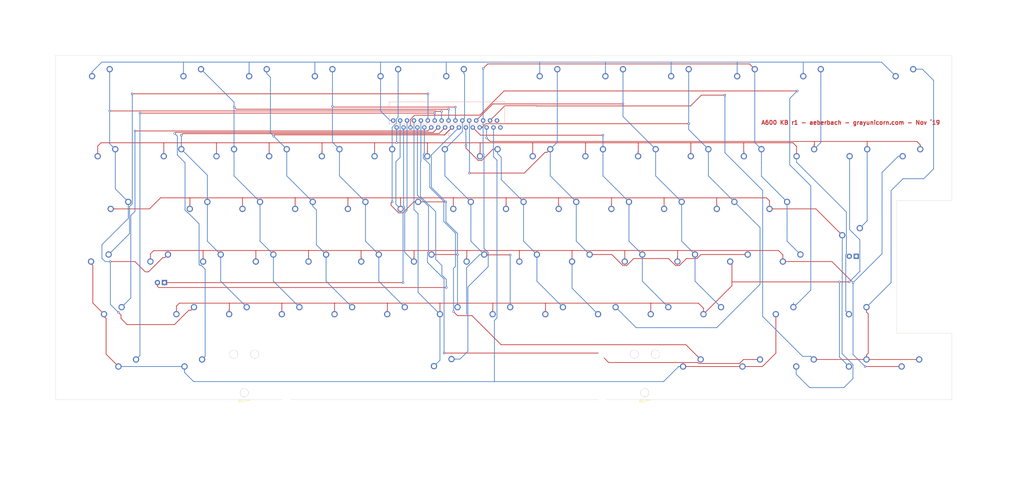
<source format=kicad_pcb>
(kicad_pcb (version 20211014) (generator pcbnew)
  (layers (0 "F.Cu" signal) (31 "B.Cu" signal) (34 "B.Paste" user) (35 "F.Paste" user) (36 "B.SilkS" user "B.Silkscreen") (37 "F.SilkS" user "F.Silkscreen") (38 "B.Mask" user) (39 "F.Mask" user) (44 "Edge.Cuts" user))
  (net 0 "")
  (net 1 "Net-(J1-Pad1)")
  (net 2 "/2")
  (net 3 "/3")
  (net 4 "/4")
  (net 5 "/5")
  (net 6 "/6")
  (net 7 "/7")
  (net 8 "/8")
  (net 9 "/9")
  (net 10 "/10")
  (net 11 "/11")
  (net 12 "/12")
  (net 13 "/13")
  (net 14 "/14")
  (net 15 "/15")
  (net 16 "/16")
  (net 17 "/17")
  (net 18 "/18")
  (net 19 "/19")
  (net 20 "/20")
  (net 21 "/21")
  (net 22 "/22")
  (net 23 "/23")
  (net 24 "/24")
  (net 25 "/25")
  (net 26 "/26")
  (net 27 "/27")
  (net 28 "/28")
  (net 29 "/29")
  (net 30 "/30")
  (net 31 "Net-(J1-Pad31)")
  (net 32 "Net-(J1-Pad32)")
  (footprint "MX_Only:MXOnly-1.25U-NoLED" (layer "F.Cu") (at 57.023 50.038)
    (fp_text reference "MX1")
    (fp_text value "ESC")
  )
  (footprint "MX_Only:MXOnly-1.25U-NoLED" (layer "F.Cu") (at 90.043 50.038)
    (fp_text reference "MX2")
    (fp_text value "F1")
  )
  (footprint "MX_Only:MXOnly-1.25U-NoLED" (layer "F.Cu") (at 113.792 50.038)
    (fp_text reference "MX3")
    (fp_text value "F2")
  )
  (footprint "MX_Only:MXOnly-1.25U-NoLED" (layer "F.Cu") (at 137.541 50.038)
    (fp_text reference "MX4")
    (fp_text value "F3")
  )
  (footprint "MX_Only:MXOnly-1.25U-NoLED" (layer "F.Cu") (at 161.29 50.038)
    (fp_text reference "MX5")
    (fp_text value "F4")
  )
  (footprint "MX_Only:MXOnly-1.25U-NoLED" (layer "F.Cu") (at 185.039 50.038)
    (fp_text reference "MX6")
    (fp_text value "F5")
  )
  (footprint "MX_Only:MXOnly-1.25U-NoLED" (layer "F.Cu") (at 218.821 50.038)
    (fp_text reference "MX7")
    (fp_text value "F6")
  )
  (footprint "MX_Only:MXOnly-1.25U-NoLED" (layer "F.Cu") (at 242.57 50.038)
    (fp_text reference "MX8")
    (fp_text value "F7")
  )
  (footprint "MX_Only:MXOnly-1.25U-NoLED" (layer "F.Cu") (at 266.319 50.038)
    (fp_text reference "MX9")
    (fp_text value "F8")
  )
  (footprint "MX_Only:MXOnly-1.25U-NoLED" (layer "F.Cu") (at 290.195 50.038)
    (fp_text reference "MX10")
    (fp_text value "F9")
  )
  (footprint "MX_Only:MXOnly-1.25U-NoLED" (layer "F.Cu") (at 314.071 50.038)
    (fp_text reference "MX11")
    (fp_text value "F10")
  )
  (footprint "MX_Only:MXOnly-1.5U-NoLED" (layer "F.Cu") (at 59.055 78.994)
    (fp_text reference "MX12")
    (fp_text value "TILDE")
  )
  (footprint "MX_Only:MXOnly-1U-NoLED" (layer "F.Cu") (at 82.931 78.994)
    (fp_text reference "MX13")
    (fp_text value "1")
  )
  (footprint "MX_Only:MXOnly-1U-NoLED" (layer "F.Cu") (at 101.981 78.994)
    (fp_text reference "MX14")
    (fp_text value "2")
  )
  (footprint "MX_Only:MXOnly-1U-NoLED" (layer "F.Cu") (at 121.031 78.994)
    (fp_text reference "MX15")
    (fp_text value "3")
  )
  (footprint "MX_Only:MXOnly-1U-NoLED" (layer "F.Cu") (at 140.081 78.994)
    (fp_text reference "MX16")
    (fp_text value "4")
  )
  (footprint "MX_Only:MXOnly-1U-NoLED" (layer "F.Cu") (at 159.131 78.994)
    (fp_text reference "MX17")
    (fp_text value "5")
  )
  (footprint "MX_Only:MXOnly-1U-NoLED" (layer "F.Cu") (at 178.181 78.994)
    (fp_text reference "MX18")
    (fp_text value "6")
  )
  (footprint "MX_Only:MXOnly-1U-NoLED" (layer "F.Cu") (at 197.231 78.994)
    (fp_text reference "MX19")
    (fp_text value "7")
  )
  (footprint "MX_Only:MXOnly-1U-NoLED" (layer "F.Cu") (at 216.281 78.994)
    (fp_text reference "MX20")
    (fp_text value "8")
  )
  (footprint "MX_Only:MXOnly-1U-NoLED" (layer "F.Cu") (at 235.331 78.994)
    (fp_text reference "MX21")
    (fp_text value "9")
  )
  (footprint "MX_Only:MXOnly-1U-NoLED" (layer "F.Cu") (at 254.381 78.994)
    (fp_text reference "MX22")
    (fp_text value "0")
  )
  (footprint "MX_Only:MXOnly-1U-NoLED" (layer "F.Cu") (at 273.431 78.994)
    (fp_text reference "MX23")
    (fp_text value "-")
  )
  (footprint "MX_Only:MXOnly-1U-NoLED" (layer "F.Cu") (at 292.608 78.994)
    (fp_text reference "MX24")
    (fp_text value "=")
  )
  (footprint "MX_Only:MXOnly-1U-NoLED" (layer "F.Cu") (at 311.658 78.994)
    (fp_text reference "MX25")
    (fp_text value "\\")
  )
  (footprint "MX_Only:MXOnly-1U-NoLED" (layer "F.Cu") (at 330.835 78.994)
    (fp_text reference "MX26")
    (fp_text value "BS")
  )
  (footprint "MX_Only:MXOnly-1U-NoLED" (layer "F.Cu") (at 350.012 78.994)
    (fp_text reference "MX27")
    (fp_text value "DEL")
  )
  (footprint "MX_Only:MXOnly-1.25U-NoLED" (layer "F.Cu") (at 347.472 50.038)
    (fp_text reference "MX28")
    (fp_text value "HELP")
  )
  (footprint "MX_Only:MXOnly-2U-NoLED" (layer "F.Cu") (at 63.754 98.044)
    (fp_text reference "MX33")
    (fp_text value "TAB")
  )
  (footprint "MX_Only:MXOnly-1U-NoLED" (layer "F.Cu") (at 92.329 98.044)
    (fp_text reference "MX34")
    (fp_text value "Q")
  )
  (footprint "MX_Only:MXOnly-1U-NoLED" (layer "F.Cu") (at 111.379 98.044)
    (fp_text reference "MX35")
    (fp_text value "W")
  )
  (footprint "MX_Only:MXOnly-1U-NoLED" (layer "F.Cu") (at 130.429 98.044)
    (fp_text reference "MX36")
    (fp_text value "E")
  )
  (footprint "MX_Only:MXOnly-1U-NoLED" (layer "F.Cu") (at 149.479 98.044)
    (fp_text reference "MX37")
    (fp_text value "R")
  )
  (footprint "MX_Only:MXOnly-1U-NoLED" (layer "F.Cu") (at 168.529 98.044)
    (fp_text reference "MX38")
    (fp_text value "T")
  )
  (footprint "MX_Only:MXOnly-1U-NoLED" (layer "F.Cu") (at 187.579 98.044)
    (fp_text reference "MX39")
    (fp_text value "Y")
  )
  (footprint "MX_Only:MXOnly-1U-NoLED" (layer "F.Cu") (at 206.629 98.044)
    (fp_text reference "MX40")
    (fp_text value "U")
  )
  (footprint "MX_Only:MXOnly-1U-NoLED" (layer "F.Cu") (at 225.679 98.044)
    (fp_text reference "MX41")
    (fp_text value "I")
  )
  (footprint "MX_Only:MXOnly-1U-NoLED" (layer "F.Cu") (at 244.729 98.044)
    (fp_text reference "MX42")
    (fp_text value "O")
  )
  (footprint "MX_Only:MXOnly-1U-NoLED" (layer "F.Cu") (at 263.779 98.044)
    (fp_text reference "MX43")
    (fp_text value "P")
  )
  (footprint "MX_Only:MXOnly-1U-NoLED" (layer "F.Cu") (at 282.829 98.044)
    (fp_text reference "MX44")
    (fp_text value "[")
  )
  (footprint "MX_Only:MXOnly-1U-NoLED" (layer "F.Cu") (at 301.879 98.044)
    (fp_text reference "MX45")
    (fp_text value "]")
  )
  (footprint "MX_Only:MXOnly-ISO" (layer "F.Cu") (at 328.168 107.569)
    (fp_text reference "MX50")
    (fp_text value "RETURN")
  )
  (footprint "MX_Only:MXOnly-1.25U-NoLED" (layer "F.Cu") (at 56.642 117.094)
    (fp_text reference "MX51")
    (fp_text value "CTRL")
  )
  (footprint "MX_Only:MXOnly-1U" (layer "F.Cu") (at 78.105 117.094)
    (fp_text reference "MX52")
    (fp_text value "CAPS_LOCK")
  )
  (footprint "MX_Only:MXOnly-1U-NoLED" (layer "F.Cu") (at 97.155 117.094)
    (fp_text reference "MX53")
    (fp_text value "A")
  )
  (footprint "MX_Only:MXOnly-1U-NoLED" (layer "F.Cu") (at 116.205 117.094)
    (fp_text reference "MX54")
    (fp_text value "S")
  )
  (footprint "MX_Only:MXOnly-1U-NoLED" (layer "F.Cu") (at 135.255 117.094)
    (fp_text reference "MX55")
    (fp_text value "D")
  )
  (footprint "MX_Only:MXOnly-1U-NoLED" (layer "F.Cu") (at 154.305 117.094)
    (fp_text reference "MX56")
    (fp_text value "F")
  )
  (footprint "MX_Only:MXOnly-1U-NoLED" (layer "F.Cu") (at 173.355 117.094)
    (fp_text reference "MX57")
    (fp_text value "G")
  )
  (footprint "MX_Only:MXOnly-1U-NoLED" (layer "F.Cu") (at 192.405 117.094)
    (fp_text reference "MX58")
    (fp_text value "H")
  )
  (footprint "MX_Only:MXOnly-1U-NoLED" (layer "F.Cu") (at 211.455 117.094)
    (fp_text reference "MX59")
    (fp_text value "J")
  )
  (footprint "MX_Only:MXOnly-1U-NoLED" (layer "F.Cu") (at 230.505 117.094)
    (fp_text reference "MX60")
    (fp_text value "K")
  )
  (footprint "MX_Only:MXOnly-1U-NoLED" (layer "F.Cu") (at 249.555 117.094)
    (fp_text reference "MX61")
    (fp_text value "L")
  )
  (footprint "MX_Only:MXOnly-1U-NoLED" (layer "F.Cu") (at 268.605 117.094)
    (fp_text reference "MX62")
    (fp_text value ";")
  )
  (footprint "MX_Only:MXOnly-1U-NoLED" (layer "F.Cu") (at 239.903 136.144)
    (fp_text reference "MX63")
    (fp_text value "'")
  )
  (footprint "MX_Only:MXOnly-1U-NoLED" (layer "F.Cu") (at 306.705 117.094)
    (fp_text reference "MX64")
    (fp_text value "R_BLANK")
  )
  (footprint "MX_Only:MXOnly-1U-NoLED" (layer "F.Cu") (at 330.581 136.144)
    (fp_text reference "MX65")
    (fp_text value "CSR_UP")
  )
  (footprint "MX_Only:MXOnly-1.75U-NoLED" (layer "F.Cu") (at 61.341 136.144)
    (fp_text reference "MX70")
    (fp_text value "L_SHIFT")
  )
  (footprint "MX_Only:MXOnly-1U-NoLED" (layer "F.Cu") (at 87.503 136.144)
    (fp_text reference "MX71")
    (fp_text value "L_BLANK")
  )
  (footprint "MX_Only:MXOnly-1U-NoLED" (layer "F.Cu") (at 106.553 136.144)
    (fp_text reference "MX72")
    (fp_text value "Z")
  )
  (footprint "MX_Only:MXOnly-1U-NoLED" (layer "F.Cu") (at 125.603 136.144)
    (fp_text reference "MX73")
    (fp_text value "X")
  )
  (footprint "MX_Only:MXOnly-1U-NoLED" (layer "F.Cu") (at 144.653 136.144)
    (fp_text reference "MX74")
    (fp_text value "C")
  )
  (footprint "MX_Only:MXOnly-1U-NoLED" (layer "F.Cu") (at 163.703 136.144)
    (fp_text reference "MX75")
    (fp_text value "V")
  )
  (footprint "MX_Only:MXOnly-1U-NoLED" (layer "F.Cu") (at 182.753 136.144)
    (fp_text reference "MX76")
    (fp_text value "B")
  )
  (footprint "MX_Only:MXOnly-1U-NoLED" (layer "F.Cu") (at 201.803 136.144)
    (fp_text reference "MX77")
    (fp_text value "N")
  )
  (footprint "MX_Only:MXOnly-1U-NoLED" (layer "F.Cu") (at 220.853 136.144)
    (fp_text reference "MX78")
    (fp_text value "M")
  )
  (footprint "MX_Only:MXOnly-1U-NoLED" (layer "F.Cu") (at 287.655 117.094)
    (fp_text reference "MX79")
    (fp_text value ",")
  )
  (footprint "MX_Only:MXOnly-1U-NoLED" (layer "F.Cu") (at 258.953 136.144)
    (fp_text reference "MX80")
    (fp_text value ".")
  )
  (footprint "MX_Only:MXOnly-1U-NoLED" (layer "F.Cu") (at 278.003 136.144)
    (fp_text reference "MX81")
    (fp_text value "/")
  )
  (footprint "MX_Only:MXOnly-1.75U-NoLED" (layer "F.Cu") (at 304.165 136.144)
    (fp_text reference "MX82")
    (fp_text value "R_SHIFT")
  )
  (footprint "MX_Only:MXOnly-1U-NoLED" (layer "F.Cu") (at 311.531 155.067)
    (fp_text reference "MX83")
    (fp_text value "CSR_LEFT")
  )
  (footprint "MX_Only:MXOnly-1U-NoLED" (layer "F.Cu") (at 330.581 155.067)
    (fp_text reference "MX84")
    (fp_text value "CSR_DOWN")
  )
  (footprint "MX_Only:MXOnly-1U-NoLED" (layer "F.Cu") (at 349.631 155.067)
    (fp_text reference "MX85")
    (fp_text value "CSR_RIGHT")
  )
  (footprint "MX_Only:MXOnly-1.25U-NoLED" (layer "F.Cu") (at 66.548 155.067)
    (fp_text reference "MX90")
    (fp_text value "L_ALT")
  )
  (footprint "MX_Only:MXOnly-1.25U-NoLED" (layer "F.Cu") (at 90.424 155.067)
    (fp_text reference "MX91")
    (fp_text value "L_AMIGA")
  )
  (footprint "MX_Only:MXOnly-7U-NoLED" (layer "F.Cu") (at 180.594 154.94)
    (fp_text reference "MX92")
    (fp_text value "SPACE")
  )
  (footprint "MX_Only:MXOnly-1.25U-NoLED" (layer "F.Cu") (at 270.637 155.067)
    (fp_text reference "MX93")
    (fp_text value "R_AMIGA")
  )
  (footprint "MX_Only:MXOnly-1U-NoLED" (layer "F.Cu") (at 292.1 155.067)
    (fp_text reference "MX94")
    (fp_text value "R_ALT")
  )
  (footprint "A1200KB:A600-KB-SPACER" (layer "F.Cu") (at 108.204 164.592)
    (fp_text reference "REF**")
    (fp_text value "A600-KB-SPACER")
  )
  (footprint "A1200KB:A600-KB-SPACER" (layer "F.Cu") (at 252.984 164.592)
    (fp_text reference "REF**")
    (fp_text value "A600-KB-SPACER")
  )
  (footprint "A1200KB:FFC-1.25mm-RA-5204403245" (layer "B.Cu") (at 182.052 64.79)
    (fp_text reference "J1")
    (fp_text value "32 FFC")
  )
  (gr_line (start 364 40) (end 364 92.5) (layer "Edge.Cuts") (width 0.1))
  (gr_line (start 364 140.5) (end 364 164.5) (layer "Edge.Cuts") (width 0.1))
  (gr_line (start 344 140.5) (end 344 92.5) (layer "Edge.Cuts") (width 0.1))
  (gr_line (start 364 140.5) (end 344 140.5) (layer "Edge.Cuts") (width 0.1))
  (gr_line (start 344 92.5) (end 364 92.5) (layer "Edge.Cuts") (width 0.1))
  (gr_line (start 40 40) (end 40 164.5) (layer "Edge.Cuts") (width 0.1))
  (gr_line (start 40 164.5) (end 364 164.5) (layer "Edge.Cuts") (width 0.1))
  (gr_line (start 40 40) (end 364 40) (layer "Edge.Cuts") (width 0.1))
  (gr_text "A600 KB r1 - aeberbach - grayunicorn.com - Nov ‘19" (at 327.406 64.262) (layer "F.Cu") (effects (font (size 1.5 1.5) (thickness 0.3))))
  (segment (start 338.582 42.418) (end 343.662 47.498) (width 0.25) (layer "B.Cu") (net 1))
  (segment (start 53.213 47.498) (end 53.213 45.90701) (width 0.25) (layer "B.Cu") (net 1))
  (segment (start 133.731 47.498) (end 133.731 42.418) (width 0.25) (layer "B.Cu") (net 1))
  (segment (start 286.385 47.498) (end 286.385 42.418) (width 0.25) (layer "B.Cu") (net 1))
  (segment (start 215.011 47.498) (end 215.011 42.418) (width 0.25) (layer "B.Cu") (net 1))
  (segment (start 157.48 47.498) (end 157.48 42.418) (width 0.25) (layer "B.Cu") (net 1))
  (segment (start 109.982 42.418) (end 133.731 42.418) (width 0.25) (layer "B.Cu") (net 1))
  (segment (start 310.261 47.498) (end 310.261 42.418) (width 0.25) (layer "B.Cu") (net 1))
  (segment (start 160.92063 63.54) (end 157.48 60.09937) (width 0.25) (layer "B.Cu") (net 1))
  (segment (start 262.509 47.498) (end 262.509 42.418) (width 0.25) (layer "B.Cu") (net 1))
  (segment (start 109.982 45.90701) (end 109.982 42.418) (width 0.25) (layer "B.Cu") (net 1))
  (segment (start 53.213 45.90701) (end 56.70201 42.418) (width 0.25) (layer "B.Cu") (net 1))
  (segment (start 56.70201 42.418) (end 86.233 42.418) (width 0.25) (layer "B.Cu") (net 1))
  (segment (start 157.48 60.09937) (end 157.48 49.08899) (width 0.25) (layer "B.Cu") (net 1))
  (segment (start 86.233 47.498) (end 86.233 42.418) (width 0.25) (layer "B.Cu") (net 1))
  (segment (start 215.011 42.418) (end 238.76 42.418) (width 0.25) (layer "B.Cu") (net 1))
  (segment (start 238.76 42.418) (end 262.509 42.418) (width 0.25) (layer "B.Cu") (net 1))
  (segment (start 157.48 49.08899) (end 157.48 47.498) (width 0.25) (layer "B.Cu") (net 1))
  (segment (start 181.229 47.498) (end 181.229 42.418) (width 0.25) (layer "B.Cu") (net 1))
  (segment (start 133.731 42.418) (end 157.48 42.418) (width 0.25) (layer "B.Cu") (net 1))
  (segment (start 162.052 63.54) (end 160.92063 63.54) (width 0.25) (layer "B.Cu") (net 1))
  (segment (start 157.48 42.418) (end 181.229 42.418) (width 0.25) (layer "B.Cu") (net 1))
  (segment (start 86.233 42.418) (end 109.982 42.418) (width 0.25) (layer "B.Cu") (net 1))
  (segment (start 262.509 42.418) (end 286.385 42.418) (width 0.25) (layer "B.Cu") (net 1))
  (segment (start 109.982 47.498) (end 109.982 45.90701) (width 0.25) (layer "B.Cu") (net 1))
  (segment (start 181.229 42.418) (end 215.011 42.418) (width 0.25) (layer "B.Cu") (net 1))
  (segment (start 238.76 47.498) (end 238.76 42.418) (width 0.25) (layer "B.Cu") (net 1))
  (segment (start 286.385 42.418) (end 338.582 42.418) (width 0.25) (layer "B.Cu") (net 1))
  (segment (start 163.25299 71.57001) (end 163.25299 71.57001) (width 0.25) (layer "F.Cu") (net 2))
  (segment (start 212.471 71.628) (end 212.41301 71.57001) (width 0.25) (layer "F.Cu") (net 2))
  (segment (start 288.798 74.86301) (end 288.74001 74.80502) (width 0.25) (layer "F.Cu") (net 2))
  (segment (start 193.421 76.454) (end 193.421 74.86301) (width 0.25) (layer "F.Cu") (net 2))
  (segment (start 174.42899 71.57001) (end 163.25299 71.57001) (width 0.25) (layer "F.Cu") (net 2))
  (segment (start 193.421 74.86301) (end 193.47899 74.80502) (width 0.25) (layer "F.Cu") (net 2))
  (segment (start 307.848 76.454) (end 307.848 72.898) (width 0.25) (layer "F.Cu") (net 2))
  (segment (start 250.571 74.86301) (end 250.62899 74.80502) (width 0.25) (layer "F.Cu") (net 2))
  (segment (start 250.62899 71.57001) (end 231.57899 71.57001) (width 0.25) (layer "F.Cu") (net 2))
  (segment (start 174.42899 74.80502) (end 174.42899 71.57001) (width 0.25) (layer "F.Cu") (net 2))
  (segment (start 288.74001 74.80502) (end 288.74001 71.57001) (width 0.25) (layer "F.Cu") (net 2))
  (segment (start 212.41301 71.57001) (end 193.47899 71.57001) (width 0.25) (layer "F.Cu") (net 2))
  (segment (start 269.56301 71.57001) (end 250.62899 71.57001) (width 0.25) (layer "F.Cu") (net 2))
  (segment (start 163.25299 71.57001) (end 136.32899 71.57001) (width 0.25) (layer "F.Cu") (net 2))
  (segment (start 250.571 76.454) (end 250.571 74.86301) (width 0.25) (layer "F.Cu") (net 2))
  (segment (start 117.221 76.454) (end 117.221 71.57001) (width 0.25) (layer "F.Cu") (net 2))
  (segment (start 212.471 76.454) (end 212.471 71.628) (width 0.25) (layer "F.Cu") (net 2))
  (segment (start 136.32899 74.80502) (end 136.32899 71.57001) (width 0.25) (layer "F.Cu") (net 2))
  (segment (start 307.848 72.898) (end 306.52001 71.57001) (width 0.25) (layer "F.Cu") (net 2))
  (segment (start 155.321 76.454) (end 155.321 71.57001) (width 0.25) (layer "F.Cu") (net 2))
  (segment (start 269.621 76.454) (end 269.621 71.628) (width 0.25) (layer "F.Cu") (net 2))
  (segment (start 231.57899 74.80502) (end 231.57899 71.57001) (width 0.25) (layer "F.Cu") (net 2))
  (segment (start 288.74001 71.57001) (end 269.56301 71.57001) (width 0.25) (layer "F.Cu") (net 2))
  (segment (start 136.271 74.86301) (end 136.32899 74.80502) (width 0.25) (layer "F.Cu") (net 2))
  (segment (start 79.121 76.454) (end 79.121 71.57001) (width 0.25) (layer "F.Cu") (net 2))
  (segment (start 306.52001 71.57001) (end 288.74001 71.57001) (width 0.25) (layer "F.Cu") (net 2))
  (segment (start 193.47899 71.57001) (end 174.42899 71.57001) (width 0.25) (layer "F.Cu") (net 2))
  (segment (start 231.521 74.86301) (end 231.57899 74.80502) (width 0.25) (layer "F.Cu") (net 2))
  (segment (start 98.171 76.454) (end 98.171 71.57001) (width 0.25) (layer "F.Cu") (net 2))
  (segment (start 250.62899 74.80502) (end 250.62899 71.57001) (width 0.25) (layer "F.Cu") (net 2))
  (segment (start 231.57899 71.57001) (end 212.41301 71.57001) (width 0.25) (layer "F.Cu") (net 2))
  (segment (start 55.245 72.771) (end 55.245 76.454) (width 0.25) (layer "F.Cu") (net 2))
  (segment (start 174.371 74.86301) (end 174.42899 74.80502) (width 0.25) (layer "F.Cu") (net 2))
  (segment (start 288.798 76.454) (end 288.798 74.86301) (width 0.25) (layer "F.Cu") (net 2))
  (segment (start 269.621 71.628) (end 269.56301 71.57001) (width 0.25) (layer "F.Cu") (net 2))
  (segment (start 56.44599 71.57001) (end 55.245 72.771) (width 0.25) (layer "F.Cu") (net 2))
  (segment (start 193.47899 74.80502) (end 193.47899 71.57001) (width 0.25) (layer "F.Cu") (net 2))
  (segment (start 136.32899 71.57001) (end 56.44599 71.57001) (width 0.25) (layer "F.Cu") (net 2))
  (segment (start 136.271 76.454) (end 136.271 74.86301) (width 0.25) (layer "F.Cu") (net 2))
  (segment (start 174.371 76.454) (end 174.371 74.86301) (width 0.25) (layer "F.Cu") (net 2))
  (segment (start 231.521 76.454) (end 231.521 74.86301) (width 0.25) (layer "F.Cu") (net 2))
  (via (at 163.25299 71.57001) (size 0.8) (drill 0.4) (layers "F.Cu" "B.Cu") (net 2))
  (segment (start 307.848 78.615974) (end 325.849099 96.617073) (width 0.25) (layer "B.Cu") (net 2))
  (segment (start 163.302 66.04) (end 163.302 71.481) (width 0.25) (layer "B.Cu") (net 2))
  (segment (start 325.620499 132.453499) (end 325.646001 132.479001) (width 0.25) (layer "B.Cu") (net 2))
  (segment (start 325.849099 96.617073) (end 325.849099 111.807199) (width 0.25) (layer "B.Cu") (net 2))
  (segment (start 325.646001 132.479001) (end 326.771 133.604) (width 0.25) (layer "B.Cu") (net 2))
  (segment (start 307.848 76.454) (end 307.848 78.615974) (width 0.25) (layer "B.Cu") (net 2))
  (segment (start 325.620499 112.035799) (end 325.620499 132.453499) (width 0.25) (layer "B.Cu") (net 2))
  (segment (start 325.849099 111.807199) (end 325.620499 112.035799) (width 0.25) (layer "B.Cu") (net 2))
  (segment (start 202.819 95.504) (end 202.819 93.91301) (width 0.25) (layer "F.Cu") (net 3))
  (segment (start 164.665999 91.513999) (end 145.722001 91.513999) (width 0.25) (layer "F.Cu") (net 3))
  (segment (start 296.999999 91.513999) (end 278.965999 91.513999) (width 0.25) (layer "F.Cu") (net 3))
  (segment (start 298.069 92.583) (end 296.999999 91.513999) (width 0.25) (layer "F.Cu") (net 3))
  (segment (start 107.569 95.504) (end 107.569 91.587998) (width 0.25) (layer "F.Cu") (net 3))
  (segment (start 202.872001 93.860009) (end 202.872001 91.513999) (width 0.25) (layer "F.Cu") (net 3))
  (segment (start 221.815999 91.513999) (end 202.872001 91.513999) (width 0.25) (layer "F.Cu") (net 3))
  (segment (start 126.692999 91.513999) (end 107.642999 91.513999) (width 0.25) (layer "F.Cu") (net 3))
  (segment (start 240.919 95.504) (end 240.919 93.91301) (width 0.25) (layer "F.Cu") (net 3))
  (segment (start 88.519 93.91301) (end 88.572001 93.860009) (width 0.25) (layer "F.Cu") (net 3))
  (segment (start 202.872001 91.513999) (end 183.715999 91.513999) (width 0.25) (layer "F.Cu") (net 3))
  (segment (start 126.619 95.504) (end 126.619 91.587998) (width 0.25) (layer "F.Cu") (net 3))
  (segment (start 88.572001 91.513999) (end 77.941773 91.513999) (width 0.25) (layer "F.Cu") (net 3))
  (segment (start 298.069 95.504) (end 314.833 95.504) (width 0.25) (layer "F.Cu") (net 3))
  (segment (start 183.769 91.567) (end 183.715999 91.513999) (width 0.25) (layer "F.Cu") (net 3))
  (segment (start 88.572001 93.860009) (end 88.572001 91.513999) (width 0.25) (layer "F.Cu") (net 3))
  (segment (start 107.569 91.587998) (end 107.642999 91.513999) (width 0.25) (layer "F.Cu") (net 3))
  (segment (start 259.969 95.504) (end 259.969 91.567) (width 0.25) (layer "F.Cu") (net 3))
  (segment (start 221.815999 93.860009) (end 221.815999 91.513999) (width 0.25) (layer "F.Cu") (net 3))
  (segment (start 145.669 91.567) (end 145.722001 91.513999) (width 0.25) (layer "F.Cu") (net 3))
  (segment (start 126.619 91.587998) (end 126.692999 91.513999) (width 0.25) (layer "F.Cu") (net 3))
  (segment (start 259.915999 91.513999) (end 240.972001 91.513999) (width 0.25) (layer "F.Cu") (net 3))
  (segment (start 202.819 93.91301) (end 202.872001 93.860009) (width 0.25) (layer "F.Cu") (net 3))
  (segment (start 145.669 95.504) (end 145.669 91.567) (width 0.25) (layer "F.Cu") (net 3))
  (segment (start 279.019 93.91301) (end 278.965999 93.860009) (width 0.25) (layer "F.Cu") (net 3))
  (segment (start 107.642999 91.513999) (end 88.572001 91.513999) (width 0.25) (layer "F.Cu") (net 3))
  (segment (start 73.951772 95.504) (end 61.53499 95.504) (width 0.25) (layer "F.Cu") (net 3))
  (segment (start 298.069 95.504) (end 298.069 92.583) (width 0.25) (layer "F.Cu") (net 3))
  (segment (start 77.941773 91.513999) (end 73.951772 95.504) (width 0.25) (layer "F.Cu") (net 3))
  (segment (start 221.869 93.91301) (end 221.815999 93.860009) (width 0.25) (layer "F.Cu") (net 3))
  (segment (start 278.965999 93.860009) (end 278.965999 91.513999) (width 0.25) (layer "F.Cu") (net 3))
  (segment (start 278.965999 91.513999) (end 259.915999 91.513999) (width 0.25) (layer "F.Cu") (net 3))
  (segment (start 183.769 95.504) (end 183.769 91.567) (width 0.25) (layer "F.Cu") (net 3))
  (segment (start 164.719 91.567) (end 164.665999 91.513999) (width 0.25) (layer "F.Cu") (net 3))
  (segment (start 61.53499 95.504) (end 59.944 95.504) (width 0.25) (layer "F.Cu") (net 3))
  (segment (start 183.715999 91.513999) (end 164.665999 91.513999) (width 0.25) (layer "F.Cu") (net 3))
  (segment (start 88.519 95.504) (end 88.519 93.91301) (width 0.25) (layer "F.Cu") (net 3))
  (segment (start 240.972001 91.513999) (end 221.815999 91.513999) (width 0.25) (layer "F.Cu") (net 3))
  (segment (start 240.972001 93.860009) (end 240.972001 91.513999) (width 0.25) (layer "F.Cu") (net 3))
  (segment (start 145.722001 91.513999) (end 126.692999 91.513999) (width 0.25) (layer "F.Cu") (net 3))
  (segment (start 240.919 93.91301) (end 240.972001 93.860009) (width 0.25) (layer "F.Cu") (net 3))
  (segment (start 221.869 95.504) (end 221.869 93.91301) (width 0.25) (layer "F.Cu") (net 3))
  (segment (start 314.833 95.504) (end 324.358 105.029) (width 0.25) (layer "F.Cu") (net 3))
  (segment (start 259.969 91.567) (end 259.915999 91.513999) (width 0.25) (layer "F.Cu") (net 3))
  (segment (start 164.719 95.504) (end 164.719 91.567) (width 0.25) (layer "F.Cu") (net 3))
  (segment (start 279.019 95.504) (end 279.019 93.91301) (width 0.25) (layer "F.Cu") (net 3))
  (segment (start 164.552 76.876998) (end 163.010999 78.417999) (width 0.25) (layer "B.Cu") (net 3))
  (segment (start 328.221001 151.830999) (end 328.221001 156.918999) (width 0.25) (layer "B.Cu") (net 3))
  (segment (start 324.300999 122.866001) (end 324.300999 147.910997) (width 0.25) (layer "B.Cu") (net 3))
  (segment (start 324.358 105.029) (end 324.358 122.809) (width 0.25) (layer "B.Cu") (net 3))
  (segment (start 307.721 154.11799) (end 307.721 152.527) (width 0.25) (layer "B.Cu") (net 3))
  (segment (start 164.552 63.54) (end 164.552 76.876998) (width 0.25) (layer "B.Cu") (net 3))
  (segment (start 324.300999 147.910997) (end 328.221001 151.830999) (width 0.25) (layer "B.Cu") (net 3))
  (segment (start 163.594001 94.379001) (end 164.719 95.504) (width 0.25) (layer "B.Cu") (net 3))
  (segment (start 312.547 160.147) (end 307.721 155.321) (width 0.25) (layer "B.Cu") (net 3))
  (segment (start 307.721 155.321) (end 307.721 154.11799) (width 0.25) (layer "B.Cu") (net 3))
  (segment (start 324.993 160.147) (end 312.547 160.147) (width 0.25) (layer "B.Cu") (net 3))
  (segment (start 324.358 122.809) (end 324.300999 122.866001) (width 0.25) (layer "B.Cu") (net 3))
  (segment (start 163.010999 93.795999) (end 163.594001 94.379001) (width 0.25) (layer "B.Cu") (net 3))
  (segment (start 328.221001 156.918999) (end 324.993 160.147) (width 0.25) (layer "B.Cu") (net 3))
  (segment (start 163.010999 78.417999) (end 163.010999 93.795999) (width 0.25) (layer "B.Cu") (net 3))
  (segment (start 165.608 122.174) (end 79.375 122.174) (width 0.25) (layer "F.Cu") (net 4))
  (via (at 165.608 122.174) (size 0.8) (drill 0.4) (layers "F.Cu" "B.Cu") (net 4))
  (segment (start 165.608 122.174) (end 165.608 122.174) (width 0.25) (layer "B.Cu") (net 4))
  (segment (start 165.802 66.04) (end 165.802 94.440998) (width 0.25) (layer "B.Cu") (net 4))
  (segment (start 166.169001 96.335615) (end 165.608 96.896616) (width 0.25) (layer "B.Cu") (net 4))
  (segment (start 165.608 96.896616) (end 165.608 122.174) (width 0.25) (layer "B.Cu") (net 4))
  (segment (start 165.802 94.440998) (end 166.169001 94.807999) (width 0.25) (layer "B.Cu") (net 4))
  (segment (start 166.169001 94.807999) (end 166.169001 96.335615) (width 0.25) (layer "B.Cu") (net 4))
  (segment (start 93.345 110.617) (end 93.291999 110.563999) (width 0.25) (layer "F.Cu") (net 5))
  (segment (start 207.645 110.617) (end 207.698001 110.563999) (width 0.25) (layer "F.Cu") (net 5))
  (segment (start 131.391999 110.563999) (end 112.321001 110.563999) (width 0.25) (layer "F.Cu") (net 5))
  (segment (start 79.948999 110.563999) (end 79.895998 110.617) (width 0.25) (layer "F.Cu") (net 5))
  (segment (start 188.648001 110.563999) (end 169.598001 110.563999) (width 0.25) (layer "F.Cu") (net 5))
  (segment (start 169.598001 112.910009) (end 169.598001 110.563999) (width 0.25) (layer "F.Cu") (net 5))
  (segment (start 226.695 110.617) (end 226.748001 110.563999) (width 0.25) (layer "F.Cu") (net 5))
  (segment (start 245.745 114.554) (end 245.745 110.617) (width 0.25) (layer "F.Cu") (net 5))
  (segment (start 79.895998 110.617) (end 75.438 110.617) (width 0.25) (layer "F.Cu") (net 5))
  (segment (start 245.798001 110.563999) (end 226.748001 110.563999) (width 0.25) (layer "F.Cu") (net 5))
  (segment (start 93.291999 110.563999) (end 79.948999 110.563999) (width 0.25) (layer "F.Cu") (net 5))
  (segment (start 264.848001 110.563999) (end 245.798001 110.563999) (width 0.25) (layer "F.Cu") (net 5))
  (segment (start 150.495 112.96301) (end 150.441999 112.910009) (width 0.25) (layer "F.Cu") (net 5))
  (segment (start 169.545 112.96301) (end 169.598001 112.910009) (width 0.25) (layer "F.Cu") (net 5))
  (segment (start 302.895 114.554) (end 320.609198 114.554) (width 0.25) (layer "F.Cu") (net 5))
  (segment (start 169.545 114.554) (end 169.545 112.96301) (width 0.25) (layer "F.Cu") (net 5))
  (segment (start 188.595 112.96301) (end 188.648001 112.910009) (width 0.25) (layer "F.Cu") (net 5))
  (segment (start 75.438 110.617) (end 74.295 111.76) (width 0.25) (layer "F.Cu") (net 5))
  (segment (start 264.795 114.554) (end 264.795 112.96301) (width 0.25) (layer "F.Cu") (net 5))
  (segment (start 226.748001 110.563999) (end 207.698001 110.563999) (width 0.25) (layer "F.Cu") (net 5))
  (segment (start 302.895 114.554) (end 302.895 112.141) (width 0.25) (layer "F.Cu") (net 5))
  (segment (start 93.345 114.554) (end 93.345 110.617) (width 0.25) (layer "F.Cu") (net 5))
  (segment (start 302.895 112.141) (end 301.317999 110.563999) (width 0.25) (layer "F.Cu") (net 5))
  (segment (start 74.295 111.76) (end 74.295 114.554) (width 0.25) (layer "F.Cu") (net 5))
  (segment (start 301.317999 110.563999) (end 264.848001 110.563999) (width 0.25) (layer "F.Cu") (net 5))
  (segment (start 188.595 114.554) (end 188.595 112.96301) (width 0.25) (layer "F.Cu") (net 5))
  (segment (start 226.695 114.554) (end 226.695 110.617) (width 0.25) (layer "F.Cu") (net 5))
  (segment (start 112.321001 110.563999) (end 93.291999 110.563999) (width 0.25) (layer "F.Cu") (net 5))
  (segment (start 264.795 112.96301) (end 264.848001 112.910009) (width 0.25) (layer "F.Cu") (net 5))
  (segment (start 131.445 110.617) (end 131.391999 110.563999) (width 0.25) (layer "F.Cu") (net 5))
  (segment (start 150.495 114.554) (end 150.495 112.96301) (width 0.25) (layer "F.Cu") (net 5))
  (segment (start 112.395 110.637998) (end 112.321001 110.563999) (width 0.25) (layer "F.Cu") (net 5))
  (segment (start 188.648001 112.910009) (end 188.648001 110.563999) (width 0.25) (layer "F.Cu") (net 5))
  (segment (start 150.441999 112.910009) (end 150.441999 110.563999) (width 0.25) (layer "F.Cu") (net 5))
  (segment (start 320.609198 114.554) (end 328.262099 122.206901) (width 0.25) (layer "F.Cu") (net 5))
  (segment (start 332.613 152.527) (end 345.821 152.527) (width 0.25) (layer "F.Cu") (net 5))
  (segment (start 112.395 114.554) (end 112.395 110.637998) (width 0.25) (layer "F.Cu") (net 5))
  (segment (start 245.745 110.617) (end 245.798001 110.563999) (width 0.25) (layer "F.Cu") (net 5))
  (segment (start 169.598001 110.563999) (end 150.441999 110.563999) (width 0.25) (layer "F.Cu") (net 5))
  (segment (start 207.698001 110.563999) (end 188.648001 110.563999) (width 0.25) (layer "F.Cu") (net 5))
  (segment (start 131.445 114.554) (end 131.445 110.617) (width 0.25) (layer "F.Cu") (net 5))
  (segment (start 207.645 114.554) (end 207.645 110.617) (width 0.25) (layer "F.Cu") (net 5))
  (segment (start 150.441999 110.563999) (end 131.391999 110.563999) (width 0.25) (layer "F.Cu") (net 5))
  (segment (start 264.848001 112.910009) (end 264.848001 110.563999) (width 0.25) (layer "F.Cu") (net 5))
  (via (at 332.613 152.527) (size 0.8) (drill 0.4) (layers "F.Cu" "B.Cu") (net 5))
  (via (at 328.262099 122.206901) (size 0.8) (drill 0.4) (layers "F.Cu" "B.Cu") (net 5))
  (segment (start 328.262099 122.206901) (end 328.262099 122.206901) (width 0.25) (layer "B.Cu") (net 5))
  (segment (start 332.613 152.527) (end 332.613 152.527) (width 0.25) (layer "B.Cu") (net 5))
  (segment (start 166.210099 96.930927) (end 166.210099 111.219099) (width 0.25) (layer "B.Cu") (net 5))
  (segment (start 166.210099 111.219099) (end 168.420001 113.429001) (width 0.25) (layer "B.Cu") (net 5))
  (segment (start 344.61101 76.454) (end 338.741901 82.323109) (width 0.25) (layer "B.Cu") (net 5))
  (segment (start 328.262099 122.206901) (end 328.262099 148.176099) (width 0.25) (layer "B.Cu") (net 5))
  (segment (start 338.741901 111.727099) (end 328.262099 122.206901) (width 0.25) (layer "B.Cu") (net 5))
  (segment (start 168.420001 113.429001) (end 169.545 114.554) (width 0.25) (layer "B.Cu") (net 5))
  (segment (start 226.695 114.554) (end 226.695 124.206) (width 0.25) (layer "B.Cu") (net 5))
  (segment (start 167.052 63.54) (end 167.052 96.089026) (width 0.25) (layer "B.Cu") (net 5))
  (segment (start 328.262099 148.176099) (end 332.613 152.527) (width 0.25) (layer "B.Cu") (net 5))
  (segment (start 226.695 124.206) (end 236.093 133.604) (width 0.25) (layer "B.Cu") (net 5))
  (segment (start 338.741901 82.323109) (end 338.741901 111.727099) (width 0.25) (layer "B.Cu") (net 5))
  (segment (start 346.202 76.454) (end 344.61101 76.454) (width 0.25) (layer "B.Cu") (net 5))
  (segment (start 167.052 96.089026) (end 166.210099 96.930927) (width 0.25) (layer "B.Cu") (net 5))
  (segment (start 308.102 52.832) (end 308.102 52.832) (width 0.25) (layer "F.Cu") (net 6))
  (segment (start 202.12359 52.832) (end 308.102 52.832) (width 0.25) (layer "F.Cu") (net 6))
  (segment (start 169.831998 61.595) (end 193.36059 61.595) (width 0.25) (layer "F.Cu") (net 6))
  (segment (start 168.302 63.124998) (end 169.831998 61.595) (width 0.25) (layer "F.Cu") (net 6))
  (segment (start 168.302 66.04) (end 168.302 63.124998) (width 0.25) (layer "F.Cu") (net 6))
  (segment (start 193.36059 61.595) (end 202.12359 52.832) (width 0.25) (layer "F.Cu") (net 6))
  (via (at 308.102 52.832) (size 0.8) (drill 0.4) (layers "F.Cu" "B.Cu") (net 6))
  (segment (start 306.705 131.064) (end 307.829999 129.939001) (width 0.25) (layer "B.Cu") (net 6))
  (segment (start 307.956999 129.939001) (end 312.985001 124.910999) (width 0.25) (layer "B.Cu") (net 6))
  (segment (start 312.985001 87.177003) (end 305.377999 79.570001) (width 0.25) (layer "B.Cu") (net 6))
  (segment (start 312.985001 124.910999) (end 312.985001 87.177003) (width 0.25) (layer "B.Cu") (net 6))
  (segment (start 307.702001 53.231999) (end 308.102 52.832) (width 0.25) (layer "B.Cu") (net 6))
  (segment (start 305.377999 79.570001) (end 305.377999 55.556001) (width 0.25) (layer "B.Cu") (net 6))
  (segment (start 306.705 129.47301) (end 306.705 131.064) (width 0.25) (layer "B.Cu") (net 6))
  (segment (start 305.377999 55.556001) (end 307.702001 53.231999) (width 0.25) (layer "B.Cu") (net 6))
  (segment (start 307.829999 129.939001) (end 307.956999 129.939001) (width 0.25) (layer "B.Cu") (net 6))
  (segment (start 323.342 121.92) (end 284.48 121.92) (width 0.25) (layer "F.Cu") (net 7))
  (segment (start 274.193 133.604) (end 274.193 131.445) (width 0.25) (layer "F.Cu") (net 7))
  (segment (start 217.096001 129.613999) (end 198.046001 129.613999) (width 0.25) (layer "F.Cu") (net 7))
  (segment (start 255.143 133.604) (end 255.143 129.667) (width 0.25) (layer "F.Cu") (net 7))
  (segment (start 140.843 133.604) (end 140.843 129.667) (width 0.25) (layer "F.Cu") (net 7))
  (segment (start 178.943 129.667) (end 178.889999 129.613999) (width 0.25) (layer "F.Cu") (net 7))
  (segment (start 159.893 133.604) (end 159.893 132.01301) (width 0.25) (layer "F.Cu") (net 7))
  (segment (start 121.846001 129.613999) (end 102.816999 129.613999) (width 0.25) (layer "F.Cu") (net 7))
  (segment (start 326.332315 121.92) (end 323.342 121.92) (width 0.25) (layer "F.Cu") (net 7))
  (segment (start 326.898 121.92) (end 326.332315 121.92) (width 0.25) (layer "F.Cu") (net 7))
  (segment (start 217.043 133.604) (end 217.043 132.01301) (width 0.25) (layer "F.Cu") (net 7))
  (segment (start 159.946001 129.613999) (end 140.896001 129.613999) (width 0.25) (layer "F.Cu") (net 7))
  (segment (start 159.946001 131.960009) (end 159.946001 129.613999) (width 0.25) (layer "F.Cu") (net 7))
  (segment (start 102.816999 129.613999) (end 84.762001 129.613999) (width 0.25) (layer "F.Cu") (net 7))
  (segment (start 102.743 133.604) (end 102.743 132.01301) (width 0.25) (layer "F.Cu") (net 7))
  (segment (start 217.096001 131.960009) (end 217.096001 129.613999) (width 0.25) (layer "F.Cu") (net 7))
  (segment (start 274.193 133.604) (end 284.48 123.317) (width 0.25) (layer "F.Cu") (net 7))
  (segment (start 178.889999 129.613999) (end 159.946001 129.613999) (width 0.25) (layer "F.Cu") (net 7))
  (segment (start 121.793 133.604) (end 121.793 129.667) (width 0.25) (layer "F.Cu") (net 7))
  (segment (start 83.693 130.683) (end 83.693 133.604) (width 0.25) (layer "F.Cu") (net 7))
  (segment (start 274.193 131.445) (end 272.361999 129.613999) (width 0.25) (layer "F.Cu") (net 7))
  (segment (start 159.893 132.01301) (end 159.946001 131.960009) (width 0.25) (layer "F.Cu") (net 7))
  (segment (start 272.361999 129.613999) (end 255.196001 129.613999) (width 0.25) (layer "F.Cu") (net 7))
  (segment (start 198.046001 129.613999) (end 178.889999 129.613999) (width 0.25) (layer "F.Cu") (net 7))
  (segment (start 217.043 132.01301) (end 217.096001 131.960009) (width 0.25) (layer "F.Cu") (net 7))
  (segment (start 198.046001 131.960009) (end 198.046001 129.613999) (width 0.25) (layer "F.Cu") (net 7))
  (segment (start 284.48 121.92) (end 284.48 115.189) (width 0.25) (layer "F.Cu") (net 7))
  (segment (start 255.196001 129.613999) (end 217.096001 129.613999) (width 0.25) (layer "F.Cu") (net 7))
  (segment (start 102.816999 131.939011) (end 102.816999 129.613999) (width 0.25) (layer "F.Cu") (net 7))
  (segment (start 284.48 123.317) (end 284.48 121.92) (width 0.25) (layer "F.Cu") (net 7))
  (segment (start 197.993 132.01301) (end 198.046001 131.960009) (width 0.25) (layer "F.Cu") (net 7))
  (segment (start 84.762001 129.613999) (end 83.693 130.683) (width 0.25) (layer "F.Cu") (net 7))
  (segment (start 178.943 133.604) (end 178.943 129.667) (width 0.25) (layer "F.Cu") (net 7))
  (segment (start 284.48 115.189) (end 283.845 114.554) (width 0.25) (layer "F.Cu") (net 7))
  (segment (start 121.793 129.667) (end 121.846001 129.613999) (width 0.25) (layer "F.Cu") (net 7))
  (segment (start 102.743 132.01301) (end 102.816999 131.939011) (width 0.25) (layer "F.Cu") (net 7))
  (segment (start 255.143 129.667) (end 255.196001 129.613999) (width 0.25) (layer "F.Cu") (net 7))
  (segment (start 140.843 129.667) (end 140.896001 129.613999) (width 0.25) (layer "F.Cu") (net 7))
  (segment (start 197.993 133.604) (end 197.993 132.01301) (width 0.25) (layer "F.Cu") (net 7))
  (segment (start 140.896001 129.613999) (end 121.846001 129.613999) (width 0.25) (layer "F.Cu") (net 7))
  (via (at 323.342 121.92) (size 0.8) (drill 0.4) (layers "F.Cu" "B.Cu") (net 7))
  (via (at 326.898 121.92) (size 0.8) (drill 0.4) (layers "F.Cu" "B.Cu") (net 7))
  (segment (start 326.898 121.92) (end 326.898 121.92) (width 0.25) (layer "B.Cu") (net 7))
  (segment (start 323.342 149.098) (end 326.771 152.527) (width 0.25) (layer "B.Cu") (net 7))
  (segment (start 169.552 63.54) (end 169.552 95.763002) (width 0.25) (layer "B.Cu") (net 7))
  (segment (start 171.036099 125.697099) (end 177.818001 132.479001) (width 0.25) (layer "B.Cu") (net 7))
  (segment (start 327.025 102.994026) (end 330.715501 106.684527) (width 0.25) (layer "B.Cu") (net 7))
  (segment (start 323.342 121.92) (end 323.342 149.098) (width 0.25) (layer "B.Cu") (net 7))
  (segment (start 178.943 150.241) (end 176.784 152.4) (width 0.25) (layer "B.Cu") (net 7))
  (segment (start 330.715501 118.102499) (end 326.898 121.92) (width 0.25) (layer "B.Cu") (net 7))
  (segment (start 169.552 95.763002) (end 171.036099 97.247101) (width 0.25) (layer "B.Cu") (net 7))
  (segment (start 177.818001 132.479001) (end 178.943 133.604) (width 0.25) (layer "B.Cu") (net 7))
  (segment (start 171.036099 97.247101) (end 171.036099 125.697099) (width 0.25) (layer "B.Cu") (net 7))
  (segment (start 178.943 133.604) (end 178.943 150.241) (width 0.25) (layer "B.Cu") (net 7))
  (segment (start 330.715501 106.684527) (end 330.715501 118.102499) (width 0.25) (layer "B.Cu") (net 7))
  (segment (start 327.025 76.454) (end 327.025 102.994026) (width 0.25) (layer "B.Cu") (net 7))
  (segment (start 236.498577 147.668099) (end 239.907477 151.076999) (width 0.25) (layer "F.Cu") (net 8))
  (segment (start 287.233997 151.437001) (end 288.683998 149.987) (width 0.25) (layer "F.Cu") (net 8))
  (segment (start 293.04901 149.987) (end 294.64 149.987) (width 0.25) (layer "F.Cu") (net 8))
  (segment (start 288.683998 149.987) (end 293.04901 149.987) (width 0.25) (layer "F.Cu") (net 8))
  (segment (start 239.907477 151.076999) (end 272.120997 151.076999) (width 0.25) (layer "F.Cu") (net 8))
  (segment (start 272.120997 151.076999) (end 272.480999 151.437001) (width 0.25) (layer "F.Cu") (net 8))
  (segment (start 272.480999 151.437001) (end 287.233997 151.437001) (width 0.25) (layer "F.Cu") (net 8))
  (segment (start 180.434099 147.668099) (end 236.498577 147.668099) (width 0.25) (layer "F.Cu") (net 8))
  (via (at 180.434099 147.668099) (size 0.8) (drill 0.4) (layers "F.Cu" "B.Cu") (net 8))
  (segment (start 180.434099 147.668099) (end 180.434099 147.668099) (width 0.25) (layer "B.Cu") (net 8))
  (segment (start 177.858999 118.294001) (end 177.858999 118.295999) (width 0.25) (layer "B.Cu") (net 8))
  (segment (start 177.8 118.235002) (end 177.858999 118.294001) (width 0.25) (layer "B.Cu") (net 8))
  (segment (start 180.434099 120.869101) (end 180.434099 147.668099) (width 0.25) (layer "B.Cu") (net 8))
  (segment (start 174.444999 111.317999) (end 174.444999 114.880001) (width 0.25) (layer "B.Cu") (net 8))
  (segment (start 170.802 66.04) (end 170.802 90.550998) (width 0.25) (layer "B.Cu") (net 8))
  (segment (start 170.802 90.550998) (end 174.809001 94.557999) (width 0.25) (layer "B.Cu") (net 8))
  (segment (start 174.809001 110.953997) (end 174.444999 111.317999) (width 0.25) (layer "B.Cu") (net 8))
  (segment (start 174.444999 114.880001) (end 177.8 118.235002) (width 0.25) (layer "B.Cu") (net 8))
  (segment (start 174.809001 94.557999) (end 174.809001 110.953997) (width 0.25) (layer "B.Cu") (net 8))
  (segment (start 177.8 118.235002) (end 180.434099 120.869101) (width 0.25) (layer "B.Cu") (net 8))
  (segment (start 168.529 123.952) (end 168.529 123.952) (width 0.25) (layer "F.Cu") (net 9))
  (segment (start 168.529 123.952) (end 181.229 123.952) (width 0.25) (layer "F.Cu") (net 9))
  (segment (start 76.835 123.521038) (end 77.265962 123.952) (width 0.25) (layer "F.Cu") (net 9))
  (segment (start 76.835 122.174) (end 76.835 123.521038) (width 0.25) (layer "F.Cu") (net 9))
  (segment (start 77.265962 123.952) (end 168.529 123.952) (width 0.25) (layer "F.Cu") (net 9))
  (via (at 181.229 123.952) (size 0.8) (drill 0.4) (layers "F.Cu" "B.Cu") (net 9))
  (segment (start 181.229 123.952) (end 181.229 123.952) (width 0.25) (layer "B.Cu") (net 9))
  (segment (start 172.052 78.266998) (end 172.052 63.54) (width 0.25) (layer "B.Cu") (net 9))
  (segment (start 177.419 113.792) (end 177.419 96.531588) (width 0.25) (layer "B.Cu") (net 9))
  (segment (start 181.229 123.952) (end 181.229 121.027592) (width 0.25) (layer "B.Cu") (net 9))
  (segment (start 171.900999 91.013587) (end 171.900999 78.417999) (width 0.25) (layer "B.Cu") (net 9))
  (segment (start 181.229 121.027592) (end 179.635001 119.433593) (width 0.25) (layer "B.Cu") (net 9))
  (segment (start 179.635001 119.433593) (end 179.635001 116.008001) (width 0.25) (layer "B.Cu") (net 9))
  (segment (start 177.419 96.531588) (end 171.900999 91.013587) (width 0.25) (layer "B.Cu") (net 9))
  (segment (start 171.900999 78.417999) (end 172.052 78.266998) (width 0.25) (layer "B.Cu") (net 9))
  (segment (start 179.635001 116.008001) (end 177.419 113.792) (width 0.25) (layer "B.Cu") (net 9))
  (segment (start 190.5 134.112) (end 190.5 134.112) (width 0.25) (layer "F.Cu") (net 10))
  (segment (start 183.896 132.715) (end 183.896 132.715) (width 0.25) (layer "F.Cu") (net 10))
  (segment (start 201.041 144.653) (end 190.5 134.112) (width 0.25) (layer "F.Cu") (net 10))
  (segment (start 190.5 134.112) (end 185.293 134.112) (width 0.25) (layer "F.Cu") (net 10))
  (segment (start 267.843 144.653) (end 201.041 144.653) (width 0.25) (layer "F.Cu") (net 10))
  (segment (start 185.293 134.112) (end 183.896 132.715) (width 0.25) (layer "F.Cu") (net 10))
  (segment (start 273.177 149.987) (end 267.843 144.653) (width 0.25) (layer "F.Cu") (net 10))
  (via (at 183.896 132.715) (size 0.8) (drill 0.4) (layers "F.Cu" "B.Cu") (net 10))
  (segment (start 172.920999 77.150001) (end 173.564997 77.793999) (width 0.25) (layer "B.Cu") (net 10))
  (segment (start 175.26 87.75841) (end 180.34 92.83841) (width 0.25) (layer "B.Cu") (net 10))
  (segment (start 184.567999 104.316997) (end 184.567999 116.295001) (width 0.25) (layer "B.Cu") (net 10))
  (segment (start 173.302 75.376998) (end 172.920999 75.757999) (width 0.25) (layer "B.Cu") (net 10))
  (segment (start 184.567999 116.295001) (end 183.842999 117.020001) (width 0.25) (layer "B.Cu") (net 10))
  (segment (start 180.34 92.83841) (end 180.34 100.088998) (width 0.25) (layer "B.Cu") (net 10))
  (segment (start 180.34 100.088998) (end 184.567999 104.316997) (width 0.25) (layer "B.Cu") (net 10))
  (segment (start 173.302 66.04) (end 173.302 75.376998) (width 0.25) (layer "B.Cu") (net 10))
  (segment (start 183.842999 132.661999) (end 183.896 132.715) (width 0.25) (layer "B.Cu") (net 10))
  (segment (start 175.26 79.376998) (end 175.26 87.75841) (width 0.25) (layer "B.Cu") (net 10))
  (segment (start 183.842999 117.020001) (end 183.842999 132.661999) (width 0.25) (layer "B.Cu") (net 10))
  (segment (start 172.920999 75.757999) (end 172.920999 77.150001) (width 0.25) (layer "B.Cu") (net 10))
  (segment (start 173.677001 77.793999) (end 175.26 79.376998) (width 0.25) (layer "B.Cu") (net 10))
  (segment (start 173.564997 77.793999) (end 173.677001 77.793999) (width 0.25) (layer "B.Cu") (net 10))
  (segment (start 67.691 53.848) (end 67.691 53.848) (width 0.25) (layer "F.Cu") (net 11))
  (segment (start 174.625 53.848) (end 174.059315 53.848) (width 0.25) (layer "F.Cu") (net 11))
  (segment (start 174.059315 53.848) (end 67.691 53.848) (width 0.25) (layer "F.Cu") (net 11))
  (via (at 174.625 53.848) (size 0.8) (drill 0.4) (layers "F.Cu" "B.Cu") (net 11))
  (via (at 67.691 53.848) (size 0.8) (drill 0.4) (layers "F.Cu" "B.Cu") (net 11))
  (segment (start 174.625 53.848) (end 174.625 53.848) (width 0.25) (layer "B.Cu") (net 11))
  (segment (start 66.74401 94.659992) (end 67.744001 93.660001) (width 0.25) (layer "B.Cu") (net 11))
  (segment (start 66.74401 104.45199) (end 66.74401 94.659992) (width 0.25) (layer "B.Cu") (net 11))
  (segment (start 67.744001 54.466686) (end 67.691 54.413685) (width 0.25) (layer "B.Cu") (net 11))
  (segment (start 174.625 62.33563) (end 174.625 53.848) (width 0.25) (layer "B.Cu") (net 11))
  (segment (start 174.552 62.40863) (end 174.625 62.33563) (width 0.25) (layer "B.Cu") (net 11))
  (segment (start 174.552 63.54) (end 174.552 62.40863) (width 0.25) (layer "B.Cu") (net 11))
  (segment (start 67.744001 93.660001) (end 67.744001 54.466686) (width 0.25) (layer "B.Cu") (net 11))
  (segment (start 67.691 54.413685) (end 67.691 53.848) (width 0.25) (layer "B.Cu") (net 11))
  (segment (start 59.182 112.014) (end 66.74401 104.45199) (width 0.25) (layer "B.Cu") (net 11))
  (segment (start 68.707 67.31) (end 68.707 67.31) (width 0.25) (layer "F.Cu") (net 12))
  (segment (start 175.802 66.04) (end 174.532 67.31) (width 0.25) (layer "F.Cu") (net 12))
  (segment (start 174.532 67.31) (end 68.707 67.31) (width 0.25) (layer "F.Cu") (net 12))
  (via (at 68.707 67.31) (size 0.8) (drill 0.4) (layers "F.Cu" "B.Cu") (net 12))
  (segment (start 68.707 67.31) (end 68.707 96.394998) (width 0.25) (layer "B.Cu") (net 12))
  (segment (start 65.005999 129.939001) (end 63.881 131.064) (width 0.25) (layer "B.Cu") (net 12))
  (segment (start 68.707 96.394998) (end 67.19402 97.907978) (width 0.25) (layer "B.Cu") (net 12))
  (segment (start 67.19402 127.75098) (end 65.005999 129.939001) (width 0.25) (layer "B.Cu") (net 12))
  (segment (start 67.19402 97.907978) (end 67.19402 127.75098) (width 0.25) (layer "B.Cu") (net 12))
  (segment (start 70.499 60.847) (end 70.499 60.847) (width 0.25) (layer "F.Cu") (net 13))
  (segment (start 177.052 60.847) (end 70.499 60.847) (width 0.25) (layer "F.Cu") (net 13))
  (via (at 177.052 60.847) (size 0.8) (drill 0.4) (layers "F.Cu" "B.Cu") (net 13))
  (via (at 70.499 60.847) (size 0.8) (drill 0.4) (layers "F.Cu" "B.Cu") (net 13))
  (segment (start 177.052 60.847) (end 177.052 60.847) (width 0.25) (layer "B.Cu") (net 13))
  (segment (start 70.499 60.847) (end 70.499 148.576) (width 0.25) (layer "B.Cu") (net 13))
  (segment (start 177.052 63.54) (end 177.052 60.847) (width 0.25) (layer "B.Cu") (net 13))
  (segment (start 70.499 148.576) (end 69.088 149.987) (width 0.25) (layer "B.Cu") (net 13))
  (segment (start 83.058 68.199) (end 83.058 68.199) (width 0.25) (layer "F.Cu") (net 14))
  (segment (start 176.524 67.818) (end 83.439 67.818) (width 0.25) (layer "F.Cu") (net 14))
  (segment (start 178.302 66.04) (end 176.524 67.818) (width 0.25) (layer "F.Cu") (net 14))
  (segment (start 83.439 67.818) (end 83.058 68.199) (width 0.25) (layer "F.Cu") (net 14))
  (via (at 83.058 68.199) (size 0.8) (drill 0.4) (layers "F.Cu" "B.Cu") (net 14))
  (segment (start 83.058 68.199) (end 84.020999 69.161999) (width 0.25) (layer "B.Cu") (net 14))
  (segment (start 92.144999 115.893999) (end 92.651001 115.893999) (width 0.25) (layer "B.Cu") (net 14))
  (segment (start 92.651001 115.893999) (end 94.088999 117.331997) (width 0.25) (layer "B.Cu") (net 14))
  (segment (start 94.088999 117.331997) (end 94.088999 148.862001) (width 0.25) (layer "B.Cu") (net 14))
  (segment (start 87.712997 96.843999) (end 87.825001 96.843999) (width 0.25) (layer "B.Cu") (net 14))
  (segment (start 86.810999 78.809999) (end 86.810999 95.942001) (width 0.25) (layer "B.Cu") (net 14))
  (segment (start 94.088999 148.862001) (end 92.964 149.987) (width 0.25) (layer "B.Cu") (net 14))
  (segment (start 87.825001 96.843999) (end 91.894999 100.913997) (width 0.25) (layer "B.Cu") (net 14))
  (segment (start 91.894999 115.643999) (end 92.144999 115.893999) (width 0.25) (layer "B.Cu") (net 14))
  (segment (start 86.810999 95.942001) (end 87.712997 96.843999) (width 0.25) (layer "B.Cu") (net 14))
  (segment (start 84.020999 69.161999) (end 84.020999 76.019999) (width 0.25) (layer "B.Cu") (net 14))
  (segment (start 91.894999 100.913997) (end 91.894999 115.643999) (width 0.25) (layer "B.Cu") (net 14))
  (segment (start 84.020999 76.019999) (end 86.810999 78.809999) (width 0.25) (layer "B.Cu") (net 14))
  (segment (start 59.563 60.071) (end 59.563 60.071) (width 0.25) (layer "F.Cu") (net 15))
  (segment (start 179.552 60.224) (end 177.502002 60.224) (width 0.25) (layer "F.Cu") (net 15))
  (segment (start 88.918001 132.188999) (end 90.043 131.064) (width 0.25) (layer "F.Cu") (net 15))
  (segment (start 72.448999 118.294001) (end 73.602999 118.294001) (width 0.25) (layer "F.Cu") (net 15))
  (segment (start 177.502002 60.224) (end 177.349002 60.071) (width 0.25) (layer "F.Cu") (net 15))
  (segment (start 68.708998 114.554) (end 72.448999 118.294001) (width 0.25) (layer "F.Cu") (net 15))
  (segment (start 63.659901 135.158903) (end 65.844999 137.344001) (width 0.25) (layer "F.Cu") (net 15))
  (segment (start 73.602999 118.294001) (end 78.758001 113.138999) (width 0.25) (layer "F.Cu") (net 15))
  (segment (start 177.349002 60.071) (end 59.563 60.071) (width 0.25) (layer "F.Cu") (net 15))
  (segment (start 88.154003 132.188999) (end 88.918001 132.188999) (width 0.25) (layer "F.Cu") (net 15))
  (segment (start 65.844999 137.344001) (end 82.999001 137.344001) (width 0.25) (layer "F.Cu") (net 15))
  (segment (start 78.758001 113.138999) (end 79.520001 113.138999) (width 0.25) (layer "F.Cu") (net 15))
  (segment (start 62.676999 132.907999) (end 63.659901 133.890901) (width 0.25) (layer "F.Cu") (net 15))
  (segment (start 82.999001 137.344001) (end 88.154003 132.188999) (width 0.25) (layer "F.Cu") (net 15))
  (segment (start 79.520001 113.138999) (end 80.645 112.014) (width 0.25) (layer "F.Cu") (net 15))
  (segment (start 59.817 114.554) (end 68.708998 114.554) (width 0.25) (layer "F.Cu") (net 15))
  (segment (start 63.659901 133.890901) (end 63.659901 135.158903) (width 0.25) (layer "F.Cu") (net 15))
  (via (at 179.552 60.224) (size 0.8) (drill 0.4) (layers "F.Cu" "B.Cu") (net 15))
  (via (at 59.563 60.071) (size 0.8) (drill 0.4) (layers "F.Cu" "B.Cu") (net 15))
  (via (at 62.676999 132.907999) (size 0.8) (drill 0.4) (layers "F.Cu" "B.Cu") (net 15))
  (via (at 59.817 114.554) (size 0.8) (drill 0.4) (layers "F.Cu" "B.Cu") (net 15))
  (segment (start 59.817 114.554) (end 59.817 114.554) (width 0.25) (layer "B.Cu") (net 15))
  (segment (start 62.676999 132.907999) (end 62.676999 132.907999) (width 0.25) (layer "B.Cu") (net 15))
  (segment (start 179.552 60.224) (end 179.552 60.224) (width 0.25) (layer "B.Cu") (net 15))
  (segment (start 61.595 73.914) (end 61.595 88.265) (width 0.25) (layer "B.Cu") (net 15))
  (segment (start 59.563 71.882) (end 61.595 73.914) (width 0.25) (layer "B.Cu") (net 15))
  (segment (start 56.769 108.460974) (end 56.769 113.411) (width 0.25) (layer "B.Cu") (net 15))
  (segment (start 66.294 92.964) (end 66.294 98.935974) (width 0.25) (layer "B.Cu") (net 15))
  (segment (start 57.912 114.554) (end 59.817 114.554) (width 0.25) (layer "B.Cu") (net 15))
  (segment (start 66.294 98.935974) (end 56.769 108.460974) (width 0.25) (layer "B.Cu") (net 15))
  (segment (start 61.595 88.265) (end 66.294 92.964) (width 0.25) (layer "B.Cu") (net 15))
  (segment (start 56.769 113.411) (end 57.912 114.554) (width 0.25) (layer "B.Cu") (net 15))
  (segment (start 59.817 130.048) (end 62.676999 132.907999) (width 0.25) (layer "B.Cu") (net 15))
  (segment (start 179.552 63.54) (end 179.552 60.224) (width 0.25) (layer "B.Cu") (net 15))
  (segment (start 59.563 44.958) (end 59.563 71.882) (width 0.25) (layer "B.Cu") (net 15))
  (segment (start 59.817 114.554) (end 59.817 130.048) (width 0.25) (layer "B.Cu") (net 15))
  (segment (start 85.471 68.834) (end 85.471 68.834) (width 0.25) (layer "F.Cu") (net 16))
  (segment (start 178.573991 68.268009) (end 176.7104 68.26801) (width 0.25) (layer "F.Cu") (net 16))
  (segment (start 180.802 66.04) (end 178.573991 68.268009) (width 0.25) (layer "F.Cu") (net 16))
  (segment (start 86.03699 68.26801) (end 85.471 68.834) (width 0.25) (layer "F.Cu") (net 16))
  (segment (start 176.7104 68.26801) (end 86.03699 68.26801) (width 0.25) (layer "F.Cu") (net 16))
  (via (at 85.471 68.834) (size 0.8) (drill 0.4) (layers "F.Cu" "B.Cu") (net 16))
  (segment (start 99.695 112.014) (end 99.695 121.666) (width 0.25) (layer "B.Cu") (net 16))
  (segment (start 94.869 92.964) (end 94.869 107.188) (width 0.25) (layer "B.Cu") (net 16))
  (segment (start 94.869 83.312) (end 94.869 92.964) (width 0.25) (layer "B.Cu") (net 16))
  (segment (start 85.471 73.914) (end 94.869 83.312) (width 0.25) (layer "B.Cu") (net 16))
  (segment (start 94.869 107.188) (end 99.695 112.014) (width 0.25) (layer "B.Cu") (net 16))
  (segment (start 99.695 121.666) (end 109.093 131.064) (width 0.25) (layer "B.Cu") (net 16))
  (segment (start 85.471 68.834) (end 85.471 73.914) (width 0.25) (layer "B.Cu") (net 16))
  (segment (start 104.5845 58.7375) (end 104.521 58.674) (width 0.25) (layer "F.Cu") (net 17))
  (segment (start 182.118 59.436) (end 105.283 59.436) (width 0.25) (layer "F.Cu") (net 17))
  (segment (start 105.283 59.436) (end 104.5845 58.7375) (width 0.25) (layer "F.Cu") (net 17))
  (via (at 182.118 59.436) (size 0.8) (drill 0.4) (layers "F.Cu" "B.Cu") (net 17))
  (via (at 104.5845 58.7375) (size 0.8) (drill 0.4) (layers "F.Cu" "B.Cu") (net 17))
  (segment (start 182.118 59.436) (end 182.118 59.436) (width 0.25) (layer "B.Cu") (net 17))
  (segment (start 104.521 83.566) (end 113.919 92.964) (width 0.25) (layer "B.Cu") (net 17))
  (segment (start 182.118 62.34263) (end 182.118 59.436) (width 0.25) (layer "B.Cu") (net 17))
  (segment (start 118.745 121.666) (end 128.143 131.064) (width 0.25) (layer "B.Cu") (net 17))
  (segment (start 104.521 73.914) (end 104.521 83.566) (width 0.25) (layer "B.Cu") (net 17))
  (segment (start 118.745 112.014) (end 118.745 121.666) (width 0.25) (layer "B.Cu") (net 17))
  (segment (start 113.919 107.188) (end 118.745 112.014) (width 0.25) (layer "B.Cu") (net 17))
  (segment (start 113.919 92.964) (end 113.919 107.188) (width 0.25) (layer "B.Cu") (net 17))
  (segment (start 182.052 63.54) (end 182.052 62.40863) (width 0.25) (layer "B.Cu") (net 17))
  (segment (start 182.052 62.40863) (end 182.118 62.34263) (width 0.25) (layer "B.Cu") (net 17))
  (segment (start 104.521 56.896) (end 104.521 73.914) (width 0.25) (layer "B.Cu") (net 17))
  (segment (start 92.583 44.958) (end 104.521 56.896) (width 0.25) (layer "B.Cu") (net 17))
  (segment (start 118.8085 69.1515) (end 119.24198 68.71802) (width 0.25) (layer "F.Cu") (net 18))
  (segment (start 180.62398 68.71802) (end 182.502001 66.839999) (width 0.25) (layer "F.Cu") (net 18))
  (segment (start 183.302 66.04) (end 180.508 68.834) (width 0.25) (layer "F.Cu") (net 18))
  (segment (start 182.502001 66.839999) (end 183.302 66.04) (width 0.25) (layer "F.Cu") (net 18))
  (segment (start 119.24198 68.71802) (end 180.62398 68.71802) (width 0.25) (layer "F.Cu") (net 18))
  (via (at 118.8085 69.1515) (size 0.8) (drill 0.4) (layers "F.Cu" "B.Cu") (net 18))
  (segment (start 118.8085 69.1515) (end 122.446001 72.789001) (width 0.25) (layer "B.Cu") (net 18))
  (segment (start 117.671999 47.888989) (end 117.671999 68.014999) (width 0.25) (layer "B.Cu") (net 18))
  (segment (start 122.446001 72.789001) (end 123.571 73.914) (width 0.25) (layer "B.Cu") (net 18))
  (segment (start 116.332 46.54899) (end 117.671999 47.888989) (width 0.25) (layer "B.Cu") (net 18))
  (segment (start 136.670001 110.889001) (end 137.795 112.014) (width 0.25) (layer "B.Cu") (net 18))
  (segment (start 117.671999 68.014999) (end 118.8085 69.1515) (width 0.25) (layer "B.Cu") (net 18))
  (segment (start 137.795 121.666) (end 147.193 131.064) (width 0.25) (layer "B.Cu") (net 18))
  (segment (start 123.571 73.914) (end 123.571 83.566) (width 0.25) (layer "B.Cu") (net 18))
  (segment (start 116.332 44.958) (end 116.332 46.54899) (width 0.25) (layer "B.Cu") (net 18))
  (segment (start 132.969 92.964) (end 132.969 94.55499) (width 0.25) (layer "B.Cu") (net 18))
  (segment (start 134.308999 108.527999) (end 136.670001 110.889001) (width 0.25) (layer "B.Cu") (net 18))
  (segment (start 132.969 94.55499) (end 134.308999 95.894989) (width 0.25) (layer "B.Cu") (net 18))
  (segment (start 134.308999 95.894989) (end 134.308999 108.527999) (width 0.25) (layer "B.Cu") (net 18))
  (segment (start 137.795 112.014) (end 137.795 121.666) (width 0.25) (layer "B.Cu") (net 18))
  (segment (start 123.571 83.566) (end 132.969 92.964) (width 0.25) (layer "B.Cu") (net 18))
  (segment (start 140.081 58.42) (end 140.081 58.42) (width 0.25) (layer "F.Cu") (net 19))
  (segment (start 184.531 58.674) (end 140.335 58.674) (width 0.25) (layer "F.Cu") (net 19))
  (segment (start 140.335 58.674) (end 140.081 58.42) (width 0.25) (layer "F.Cu") (net 19))
  (via (at 184.531 58.674) (size 0.8) (drill 0.4) (layers "F.Cu" "B.Cu") (net 19))
  (via (at 140.081 58.42) (size 0.8) (drill 0.4) (layers "F.Cu" "B.Cu") (net 19))
  (segment (start 184.531 58.674) (end 184.531 58.674) (width 0.25) (layer "B.Cu") (net 19))
  (segment (start 184.552 62.40863) (end 184.531 62.38763) (width 0.25) (layer "B.Cu") (net 19))
  (segment (start 142.621 83.566) (end 152.019 92.964) (width 0.25) (layer "B.Cu") (net 19))
  (segment (start 142.621 73.914) (end 142.621 83.566) (width 0.25) (layer "B.Cu") (net 19))
  (segment (start 184.531 62.38763) (end 184.531 58.674) (width 0.25) (layer "B.Cu") (net 19))
  (segment (start 140.081 44.958) (end 140.081 71.374) (width 0.25) (layer "B.Cu") (net 19))
  (segment (start 152.019 92.964) (end 152.019 107.188) (width 0.25) (layer "B.Cu") (net 19))
  (segment (start 156.845 112.014) (end 156.845 121.666) (width 0.25) (layer "B.Cu") (net 19))
  (segment (start 152.019 107.188) (end 156.845 112.014) (width 0.25) (layer "B.Cu") (net 19))
  (segment (start 140.081 71.374) (end 142.621 73.914) (width 0.25) (layer "B.Cu") (net 19))
  (segment (start 184.552 63.54) (end 184.552 62.40863) (width 0.25) (layer "B.Cu") (net 19))
  (segment (start 156.845 121.666) (end 166.243 131.064) (width 0.25) (layer "B.Cu") (net 19))
  (segment (start 165.488009 96.954001) (end 169.47801 92.964) (width 0.25) (layer "F.Cu") (net 20))
  (segment (start 161.271001 94.202003) (end 164.022999 96.954001) (width 0.25) (layer "F.Cu") (net 20))
  (segment (start 161.271001 93.363999) (end 161.271001 94.202003) (width 0.25) (layer "F.Cu") (net 20))
  (segment (start 169.47801 92.964) (end 171.069 92.964) (width 0.25) (layer "F.Cu") (net 20))
  (segment (start 171.069 92.964) (end 181.102 92.964) (width 0.25) (layer "F.Cu") (net 20))
  (segment (start 175.895 112.014) (end 185.293 112.014) (width 0.25) (layer "F.Cu") (net 20))
  (segment (start 161.671 92.964) (end 161.271001 93.363999) (width 0.25) (layer "F.Cu") (net 20))
  (segment (start 164.022999 96.954001) (end 165.488009 96.954001) (width 0.25) (layer "F.Cu") (net 20))
  (via (at 181.102 92.964) (size 0.8) (drill 0.4) (layers "F.Cu" "B.Cu") (net 20))
  (via (at 161.671 92.964) (size 0.8) (drill 0.4) (layers "F.Cu" "B.Cu") (net 20))
  (via (at 185.293 112.014) (size 0.8) (drill 0.4) (layers "F.Cu" "B.Cu") (net 20))
  (segment (start 161.671 92.964) (end 161.671 92.964) (width 0.25) (layer "B.Cu") (net 20))
  (segment (start 181.102 92.964) (end 181.102 92.964) (width 0.25) (layer "B.Cu") (net 20))
  (segment (start 185.293 112.014) (end 185.293 104.405588) (width 0.25) (layer "B.Cu") (net 20))
  (segment (start 161.671 66.005998) (end 161.671 72.32301) (width 0.25) (layer "B.Cu") (net 20))
  (segment (start 181.102 100.214588) (end 181.102 92.964) (width 0.25) (layer "B.Cu") (net 20))
  (segment (start 185.293 104.405588) (end 181.102 100.214588) (width 0.25) (layer "B.Cu") (net 20))
  (segment (start 161.671 72.32301) (end 161.671 73.914) (width 0.25) (layer "B.Cu") (net 20))
  (segment (start 161.671 73.914) (end 161.671 92.964) (width 0.25) (layer "B.Cu") (net 20))
  (segment (start 163.83 62.347) (end 163.177001 62.999999) (width 0.25) (layer "B.Cu") (net 20))
  (segment (start 175.862099 87.724099) (end 180.702001 92.564001) (width 0.25) (layer "B.Cu") (net 20))
  (segment (start 163.177001 64.499997) (end 161.671 66.005998) (width 0.25) (layer "B.Cu") (net 20))
  (segment (start 185.802 66.04) (end 175.862099 75.979901) (width 0.25) (layer "B.Cu") (net 20))
  (segment (start 185.293 131.064) (end 185.293 112.014) (width 0.25) (layer "B.Cu") (net 20))
  (segment (start 180.702001 92.564001) (end 181.102 92.964) (width 0.25) (layer "B.Cu") (net 20))
  (segment (start 163.177001 62.999999) (end 163.177001 64.499997) (width 0.25) (layer "B.Cu") (net 20))
  (segment (start 163.83 44.958) (end 163.83 62.347) (width 0.25) (layer "B.Cu") (net 20))
  (segment (start 175.862099 75.979901) (end 175.862099 87.724099) (width 0.25) (layer "B.Cu") (net 20))
  (segment (start 204.343 112.141) (end 195.072 112.141) (width 0.25) (layer "F.Cu") (net 21))
  (segment (start 195.072 112.141) (end 194.945 112.014) (width 0.25) (layer "F.Cu") (net 21))
  (via (at 204.343 112.141) (size 0.8) (drill 0.4) (layers "F.Cu" "B.Cu") (net 21))
  (segment (start 204.343 112.141) (end 204.343 112.141) (width 0.25) (layer "B.Cu") (net 21))
  (segment (start 204.343 131.064) (end 204.343 112.141) (width 0.25) (layer "B.Cu") (net 21))
  (segment (start 188.582991 116.785019) (end 193.35401 112.014) (width 0.25) (layer "B.Cu") (net 21))
  (segment (start 190.119 92.964) (end 190.119 107.188) (width 0.25) (layer "B.Cu") (net 21))
  (segment (start 188.582991 133.618007) (end 188.582991 116.785019) (width 0.25) (layer "B.Cu") (net 21))
  (segment (start 190.119 107.188) (end 194.945 112.014) (width 0.25) (layer "B.Cu") (net 21))
  (segment (start 187.851999 46.821989) (end 187.851999 62.740001) (width 0.25) (layer "B.Cu") (net 21))
  (segment (start 187.579 46.54899) (end 187.851999 46.821989) (width 0.25) (layer "B.Cu") (net 21))
  (segment (start 180.721 83.566) (end 190.119 92.964) (width 0.25) (layer "B.Cu") (net 21))
  (segment (start 187.052 67.583) (end 180.721 73.914) (width 0.25) (layer "B.Cu") (net 21))
  (segment (start 187.052 63.54) (end 187.052 67.583) (width 0.25) (layer "B.Cu") (net 21))
  (segment (start 187.579 44.958) (end 187.579 46.54899) (width 0.25) (layer "B.Cu") (net 21))
  (segment (start 193.35401 112.014) (end 194.945 112.014) (width 0.25) (layer "B.Cu") (net 21))
  (segment (start 187.851999 62.740001) (end 187.052 63.54) (width 0.25) (layer "B.Cu") (net 21))
  (segment (start 180.721 73.914) (end 180.721 83.566) (width 0.25) (layer "B.Cu") (net 21))
  (segment (start 188.341 72.517) (end 188.341 72.517) (width 0.25) (layer "F.Cu") (net 22))
  (segment (start 192.798998 77.978) (end 188.341 73.520002) (width 0.25) (layer "F.Cu") (net 22))
  (segment (start 199.771 73.914) (end 198.107002 73.914) (width 0.25) (layer "F.Cu") (net 22))
  (segment (start 194.043002 77.978) (end 192.798998 77.978) (width 0.25) (layer "F.Cu") (net 22))
  (segment (start 198.107002 73.914) (end 194.043002 77.978) (width 0.25) (layer "F.Cu") (net 22))
  (segment (start 188.341 73.520002) (end 188.341 72.517) (width 0.25) (layer "F.Cu") (net 22))
  (via (at 188.341 72.517) (size 0.8) (drill 0.4) (layers "F.Cu" "B.Cu") (net 22))
  (segment (start 208.044001 91.839001) (end 209.169 92.964) (width 0.25) (layer "B.Cu") (net 22))
  (segment (start 199.771 75.50499) (end 201.110999 76.844989) (width 0.25) (layer "B.Cu") (net 22))
  (segment (start 188.302 66.04) (end 188.302 69.176) (width 0.25) (layer "B.Cu") (net 22))
  (segment (start 201.110999 76.844989) (end 201.110999 84.905999) (width 0.25) (layer "B.Cu") (net 22))
  (segment (start 209.169 107.188) (end 213.995 112.014) (width 0.25) (layer "B.Cu") (net 22))
  (segment (start 201.110999 84.905999) (end 208.044001 91.839001) (width 0.25) (layer "B.Cu") (net 22))
  (segment (start 188.302 69.176) (end 188.341 69.215) (width 0.25) (layer "B.Cu") (net 22))
  (segment (start 188.341 69.215) (end 188.341 72.517) (width 0.25) (layer "B.Cu") (net 22))
  (segment (start 199.771 73.914) (end 199.771 75.50499) (width 0.25) (layer "B.Cu") (net 22))
  (segment (start 213.995 121.666) (end 223.393 131.064) (width 0.25) (layer "B.Cu") (net 22))
  (segment (start 209.169 92.964) (end 209.169 107.188) (width 0.25) (layer "B.Cu") (net 22))
  (segment (start 213.995 112.014) (end 213.995 121.666) (width 0.25) (layer "B.Cu") (net 22))
  (segment (start 189.611 82.55) (end 189.611 82.55) (width 0.25) (layer "F.Cu") (net 23))
  (segment (start 245.048999 116.004001) (end 241.058998 112.014) (width 0.25) (layer "F.Cu") (net 23))
  (segment (start 273.291002 112.014) (end 271.841001 113.464001) (width 0.25) (layer "F.Cu") (net 23))
  (segment (start 271.841001 113.464001) (end 268.031001 113.464001) (width 0.25) (layer "F.Cu") (net 23))
  (segment (start 218.821 73.914) (end 217.696001 75.038999) (width 0.25) (layer "F.Cu") (net 23))
  (segment (start 217.696001 75.038999) (end 216.932003 75.038999) (width 0.25) (layer "F.Cu") (net 23))
  (segment (start 261.558999 113.464001) (end 248.981001 113.464001) (width 0.25) (layer "F.Cu") (net 23))
  (segment (start 241.058998 112.014) (end 234.63599 112.014) (width 0.25) (layer "F.Cu") (net 23))
  (segment (start 246.441001 116.004001) (end 245.048999 116.004001) (width 0.25) (layer "F.Cu") (net 23))
  (segment (start 209.421002 82.55) (end 189.611 82.55) (width 0.25) (layer "F.Cu") (net 23))
  (segment (start 234.63599 112.014) (end 233.045 112.014) (width 0.25) (layer "F.Cu") (net 23))
  (segment (start 265.491001 116.004001) (end 264.098999 116.004001) (width 0.25) (layer "F.Cu") (net 23))
  (segment (start 248.981001 113.464001) (end 246.441001 116.004001) (width 0.25) (layer "F.Cu") (net 23))
  (segment (start 268.031001 113.464001) (end 265.491001 116.004001) (width 0.25) (layer "F.Cu") (net 23))
  (segment (start 216.932003 75.038999) (end 209.421002 82.55) (width 0.25) (layer "F.Cu") (net 23))
  (segment (start 290.195 112.014) (end 273.291002 112.014) (width 0.25) (layer "F.Cu") (net 23))
  (segment (start 264.098999 116.004001) (end 261.558999 113.464001) (width 0.25) (layer "F.Cu") (net 23))
  (via (at 189.611 82.55) (size 0.8) (drill 0.4) (layers "F.Cu" "B.Cu") (net 23))
  (segment (start 228.219 107.188) (end 233.045 112.014) (width 0.25) (layer "B.Cu") (net 23))
  (segment (start 221.361 44.958) (end 221.361 71.374) (width 0.25) (layer "B.Cu") (net 23))
  (segment (start 221.361 71.374) (end 218.821 73.914) (width 0.25) (layer "B.Cu") (net 23))
  (segment (start 218.821 73.914) (end 218.821 83.566) (width 0.25) (layer "B.Cu") (net 23))
  (segment (start 189.611 63.599) (end 189.552 63.54) (width 0.25) (layer "B.Cu") (net 23))
  (segment (start 228.219 92.964) (end 228.219 107.188) (width 0.25) (layer "B.Cu") (net 23))
  (segment (start 218.821 83.566) (end 228.219 92.964) (width 0.25) (layer "B.Cu") (net 23))
  (segment (start 189.611 82.55) (end 189.611 63.599) (width 0.25) (layer "B.Cu") (net 23))
  (segment (start 237.871 68.834) (end 237.871 68.834) (width 0.25) (layer "F.Cu") (net 24))
  (segment (start 190.802 66.04) (end 193.596 68.834) (width 0.25) (layer "F.Cu") (net 24))
  (segment (start 193.596 68.834) (end 237.871 68.834) (width 0.25) (layer "F.Cu") (net 24))
  (via (at 237.871 68.834) (size 0.8) (drill 0.4) (layers "F.Cu" "B.Cu") (net 24))
  (segment (start 237.871 68.834) (end 237.871 73.914) (width 0.25) (layer "B.Cu") (net 24))
  (segment (start 237.871 83.566) (end 247.269 92.964) (width 0.25) (layer "B.Cu") (net 24))
  (segment (start 247.269 92.964) (end 247.269 107.188) (width 0.25) (layer "B.Cu") (net 24))
  (segment (start 252.095 121.666) (end 261.493 131.064) (width 0.25) (layer "B.Cu") (net 24))
  (segment (start 252.095 112.014) (end 252.095 121.666) (width 0.25) (layer "B.Cu") (net 24))
  (segment (start 237.871 73.914) (end 237.871 83.566) (width 0.25) (layer "B.Cu") (net 24))
  (segment (start 247.269 107.188) (end 252.095 112.014) (width 0.25) (layer "B.Cu") (net 24))
  (segment (start 245.11 57.531) (end 245.11 57.531) (width 0.25) (layer "F.Cu") (net 25))
  (segment (start 198.061 57.531) (end 245.11 57.531) (width 0.25) (layer "F.Cu") (net 25))
  (segment (start 192.052 63.54) (end 198.061 57.531) (width 0.25) (layer "F.Cu") (net 25))
  (via (at 245.11 57.531) (size 0.8) (drill 0.4) (layers "F.Cu" "B.Cu") (net 25))
  (segment (start 271.145 112.014) (end 271.145 121.666) (width 0.25) (layer "B.Cu") (net 25))
  (segment (start 256.921 83.566) (end 266.319 92.964) (width 0.25) (layer "B.Cu") (net 25))
  (segment (start 256.921 73.914) (end 256.921 83.566) (width 0.25) (layer "B.Cu") (net 25))
  (segment (start 245.11 44.958) (end 245.11 62.103) (width 0.25) (layer "B.Cu") (net 25))
  (segment (start 266.319 107.188) (end 271.145 112.014) (width 0.25) (layer "B.Cu") (net 25))
  (segment (start 271.145 121.666) (end 280.543 131.064) (width 0.25) (layer "B.Cu") (net 25))
  (segment (start 245.11 62.103) (end 256.921 73.914) (width 0.25) (layer "B.Cu") (net 25))
  (segment (start 266.319 92.964) (end 266.319 107.188) (width 0.25) (layer "B.Cu") (net 25))
  (segment (start 194.136998 66.04) (end 195.511997 64.665001) (width 0.25) (layer "F.Cu") (net 26))
  (segment (start 195.511997 64.665001) (end 268.836999 64.665001) (width 0.25) (layer "F.Cu") (net 26))
  (segment (start 193.302 66.04) (end 194.136998 66.04) (width 0.25) (layer "F.Cu") (net 26))
  (via (at 268.859 64.643) (size 0.8) (drill 0.4) (layers "F.Cu" "B.Cu") (net 26))
  (segment (start 268.859 64.643) (end 268.859 66.802) (width 0.25) (layer "B.Cu") (net 26))
  (segment (start 275.971 73.914) (end 275.971 83.566) (width 0.25) (layer "B.Cu") (net 26))
  (segment (start 294.64 122.810998) (end 294.64 102.235) (width 0.25) (layer "B.Cu") (net 26))
  (segment (start 278.988097 138.462901) (end 294.64 122.810998) (width 0.25) (layer "B.Cu") (net 26))
  (segment (start 249.841901 138.462901) (end 278.988097 138.462901) (width 0.25) (layer "B.Cu") (net 26))
  (segment (start 294.64 102.235) (end 285.369 92.964) (width 0.25) (layer "B.Cu") (net 26))
  (segment (start 242.443 131.064) (end 249.841901 138.462901) (width 0.25) (layer "B.Cu") (net 26))
  (segment (start 275.971 83.566) (end 285.369 92.964) (width 0.25) (layer "B.Cu") (net 26))
  (segment (start 268.859 66.802) (end 275.971 73.914) (width 0.25) (layer "B.Cu") (net 26))
  (segment (start 268.859 44.958) (end 268.859 64.643) (width 0.25) (layer "B.Cu") (net 26))
  (segment (start 194.564 44.704) (end 194.564 44.704) (width 0.25) (layer "F.Cu") (net 27))
  (segment (start 196.215 43.053) (end 194.564 44.704) (width 0.25) (layer "F.Cu") (net 27))
  (segment (start 292.735 44.958) (end 290.83 43.053) (width 0.25) (layer "F.Cu") (net 27))
  (segment (start 290.83 43.053) (end 196.215 43.053) (width 0.25) (layer "F.Cu") (net 27))
  (via (at 194.564 44.704) (size 0.8) (drill 0.4) (layers "F.Cu" "B.Cu") (net 27))
  (segment (start 194.871001 75.757999) (end 194.871001 109.793999) (width 0.25) (layer "B.Cu") (net 27))
  (segment (start 295.148 83.693) (end 304.419 92.964) (width 0.25) (layer "B.Cu") (net 27))
  (segment (start 194.564 44.704) (end 194.564 63.528) (width 0.25) (layer "B.Cu") (net 27))
  (segment (start 194.871001 109.793999) (end 196.395001 111.317999) (width 0.25) (layer "B.Cu") (net 27))
  (segment (start 196.395001 111.317999) (end 196.395001 116.407997) (width 0.25) (layer "B.Cu") (net 27))
  (segment (start 194.552 63.54) (end 194.552 75.438998) (width 0.25) (layer "B.Cu") (net 27))
  (segment (start 194.564 63.528) (end 194.552 63.54) (width 0.25) (layer "B.Cu") (net 27))
  (segment (start 304.419 107.188) (end 309.245 112.014) (width 0.25) (layer "B.Cu") (net 27))
  (segment (start 194.552 75.438998) (end 194.871001 75.757999) (width 0.25) (layer "B.Cu") (net 27))
  (segment (start 189.033001 123.769997) (end 189.033001 147.008999) (width 0.25) (layer "B.Cu") (net 27))
  (segment (start 295.148 73.914) (end 295.148 83.693) (width 0.25) (layer "B.Cu") (net 27))
  (segment (start 304.419 92.964) (end 304.419 107.188) (width 0.25) (layer "B.Cu") (net 27))
  (segment (start 196.395001 116.407997) (end 189.033001 123.769997) (width 0.25) (layer "B.Cu") (net 27))
  (segment (start 186.182 149.86) (end 183.134 149.86) (width 0.25) (layer "B.Cu") (net 27))
  (segment (start 292.735 71.501) (end 295.148 73.914) (width 0.25) (layer "B.Cu") (net 27))
  (segment (start 292.735 44.958) (end 292.735 71.501) (width 0.25) (layer "B.Cu") (net 27))
  (segment (start 189.033001 147.008999) (end 186.182 149.86) (width 0.25) (layer "B.Cu") (net 27))
  (segment (start 195.802 69.818) (end 195.802 69.818) (width 0.25) (layer "F.Cu") (net 28))
  (segment (start 197.104 71.12) (end 195.802 69.818) (width 0.25) (layer "F.Cu") (net 28))
  (segment (start 333.375 72.32301) (end 333.375 71.12) (width 0.25) (layer "F.Cu") (net 28))
  (segment (start 314.198 72.32301) (end 314.325 72.19601) (width 0.25) (layer "F.Cu") (net 28))
  (segment (start 333.375 73.914) (end 333.375 72.32301) (width 0.25) (layer "F.Cu") (net 28))
  (segment (start 314.198 73.914) (end 314.198 72.32301) (width 0.25) (layer "F.Cu") (net 28))
  (segment (start 352.552 73.914) (end 352.552 72.32301) (width 0.25) (layer "F.Cu") (net 28))
  (segment (start 351.34899 71.12) (end 333.375 71.12) (width 0.25) (layer "F.Cu") (net 28))
  (segment (start 314.325 72.19601) (end 314.325 71.12) (width 0.25) (layer "F.Cu") (net 28))
  (segment (start 352.552 72.32301) (end 351.34899 71.12) (width 0.25) (layer "F.Cu") (net 28))
  (segment (start 333.375 71.12) (end 314.325 71.12) (width 0.25) (layer "F.Cu") (net 28))
  (segment (start 314.325 71.12) (end 197.104 71.12) (width 0.25) (layer "F.Cu") (net 28))
  (via (at 195.802 69.818) (size 0.8) (drill 0.4) (layers "F.Cu" "B.Cu") (net 28))
  (segment (start 316.611 44.958) (end 316.611 71.501) (width 0.25) (layer "B.Cu") (net 28))
  (segment (start 333.375 99.822) (end 330.708 102.489) (width 0.25) (layer "B.Cu") (net 28))
  (segment (start 316.611 71.501) (end 314.198 73.914) (width 0.25) (layer "B.Cu") (net 28))
  (segment (start 333.375 73.914) (end 333.375 99.822) (width 0.25) (layer "B.Cu") (net 28))
  (segment (start 195.802 69.818) (end 195.802 66.04) (width 0.25) (layer "B.Cu") (net 28))
  (segment (start 281.94 54.356) (end 273.431 54.356) (width 0.25) (layer "F.Cu") (net 29))
  (segment (start 333.121 132.842) (end 333.121 131.064) (width 0.25) (layer "F.Cu") (net 29))
  (segment (start 273.431 54.356) (end 269.530999 58.256001) (width 0.25) (layer "F.Cu") (net 29))
  (segment (start 314.071 149.987) (end 333.121 149.987) (width 0.25) (layer "F.Cu") (net 29))
  (segment (start 333.756 147.76101) (end 333.756 133.477) (width 0.25) (layer "F.Cu") (net 29))
  (segment (start 352.171 149.987) (end 333.121 149.987) (width 0.25) (layer "F.Cu") (net 29))
  (segment (start 333.756 133.477) (end 333.121 132.842) (width 0.25) (layer "F.Cu") (net 29))
  (segment (start 213.741 58.166) (end 202.426 58.166) (width 0.25) (layer "F.Cu") (net 29))
  (segment (start 202.426 58.166) (end 197.052 63.54) (width 0.25) (layer "F.Cu") (net 29))
  (segment (start 333.121 148.39601) (end 333.756 147.76101) (width 0.25) (layer "F.Cu") (net 29))
  (segment (start 333.121 149.987) (end 333.121 148.39601) (width 0.25) (layer "F.Cu") (net 29))
  (segment (start 213.831001 58.256001) (end 213.741 58.166) (width 0.25) (layer "F.Cu") (net 29))
  (segment (start 269.530999 58.256001) (end 213.831001 58.256001) (width 0.25) (layer "F.Cu") (net 29))
  (via (at 281.94 54.356) (size 0.8) (drill 0.4) (layers "F.Cu" "B.Cu") (net 29))
  (segment (start 281.94 54.356) (end 281.94 54.356) (width 0.25) (layer "B.Cu") (net 29))
  (segment (start 310.026999 148.862001) (end 296.291 135.126002) (width 0.25) (layer "B.Cu") (net 29))
  (segment (start 281.94 75.182002) (end 281.94 54.356) (width 0.25) (layer "B.Cu") (net 29))
  (segment (start 312.946001 148.862001) (end 310.026999 148.862001) (width 0.25) (layer "B.Cu") (net 29))
  (segment (start 353.822 84.582) (end 346.329 84.582) (width 0.25) (layer "B.Cu") (net 29))
  (segment (start 357.378 49.022) (end 357.378 81.026) (width 0.25) (layer "B.Cu") (net 29))
  (segment (start 342.011 88.9) (end 342.011 122.174) (width 0.25) (layer "B.Cu") (net 29))
  (segment (start 295.598999 134.434001) (end 295.598999 88.841001) (width 0.25) (layer "B.Cu") (net 29))
  (segment (start 357.378 81.026) (end 353.822 84.582) (width 0.25) (layer "B.Cu") (net 29))
  (segment (start 353.314 44.958) (end 357.378 49.022) (width 0.25) (layer "B.Cu") (net 29))
  (segment (start 350.012 44.958) (end 353.314 44.958) (width 0.25) (layer "B.Cu") (net 29))
  (segment (start 346.329 84.582) (end 342.011 88.9) (width 0.25) (layer "B.Cu") (net 29))
  (segment (start 296.291 135.126002) (end 295.598999 134.434001) (width 0.25) (layer "B.Cu") (net 29))
  (segment (start 342.011 122.174) (end 333.121 131.064) (width 0.25) (layer "B.Cu") (net 29))
  (segment (start 314.071 149.987) (end 312.946001 148.862001) (width 0.25) (layer "B.Cu") (net 29))
  (segment (start 295.598999 88.841001) (end 281.94 75.182002) (width 0.25) (layer "B.Cu") (net 29))
  (segment (start 58.293 135.128) (end 58.293 148.082) (width 0.25) (layer "F.Cu") (net 30))
  (segment (start 53.467 129.54) (end 57.531 133.604) (width 0.25) (layer "F.Cu") (net 30))
  (segment (start 52.832 114.554) (end 52.832 115.316) (width 0.25) (layer "F.Cu") (net 30))
  (segment (start 295.529 152.527) (end 288.29 152.527) (width 0.25) (layer "F.Cu") (net 30))
  (segment (start 288.29 152.527) (end 266.827 152.527) (width 0.25) (layer "F.Cu") (net 30))
  (segment (start 57.531 134.366) (end 58.293 135.128) (width 0.25) (layer "F.Cu") (net 30))
  (segment (start 300.355 147.701) (end 295.529 152.527) (width 0.25) (layer "F.Cu") (net 30))
  (segment (start 57.531 133.604) (end 57.531 134.366) (width 0.25) (layer "F.Cu") (net 30))
  (segment (start 300.355 133.604) (end 300.355 147.701) (width 0.25) (layer "F.Cu") (net 30))
  (segment (start 52.832 115.316) (end 53.467 115.951) (width 0.25) (layer "F.Cu") (net 30))
  (segment (start 266.827 152.527) (end 265.23601 152.527) (width 0.25) (layer "F.Cu") (net 30))
  (segment (start 58.293 148.082) (end 62.738 152.527) (width 0.25) (layer "F.Cu") (net 30))
  (segment (start 53.467 115.951) (end 53.467 129.54) (width 0.25) (layer "F.Cu") (net 30))
  (segment (start 198.302 76.633026) (end 199.549901 77.880927) (width 0.25) (layer "B.Cu") (net 30))
  (segment (start 198.628 135.887026) (end 198.628 157.988) (width 0.25) (layer "B.Cu") (net 30))
  (segment (start 198.302 66.04) (end 198.302 76.633026) (width 0.25) (layer "B.Cu") (net 30))
  (segment (start 199.549901 134.965125) (end 198.628 135.887026) (width 0.25) (layer "B.Cu") (net 30))
  (segment (start 266.827 152.527) (end 265.23601 152.527) (width 0.25) (layer "B.Cu") (net 30))
  (segment (start 89.913026 157.988) (end 86.614 154.688974) (width 0.25) (layer "B.Cu") (net 30))
  (segment (start 198.628 157.988) (end 89.913026 157.988) (width 0.25) (layer "B.Cu") (net 30))
  (segment (start 86.614 154.688974) (end 86.614 154.11799) (width 0.25) (layer "B.Cu") (net 30))
  (segment (start 259.77501 157.988) (end 198.628 157.988) (width 0.25) (layer "B.Cu") (net 30))
  (segment (start 265.23601 152.527) (end 259.77501 157.988) (width 0.25) (layer "B.Cu") (net 30))
  (segment (start 199.549901 77.880927) (end 199.549901 134.965125) (width 0.25) (layer "B.Cu") (net 30))
  (segment (start 62.738 152.527) (end 86.614 152.527) (width 0.25) (layer "B.Cu") (net 30))
  (segment (start 86.614 154.11799) (end 86.614 152.527) (width 0.25) (layer "B.Cu") (net 30))
)
</source>
